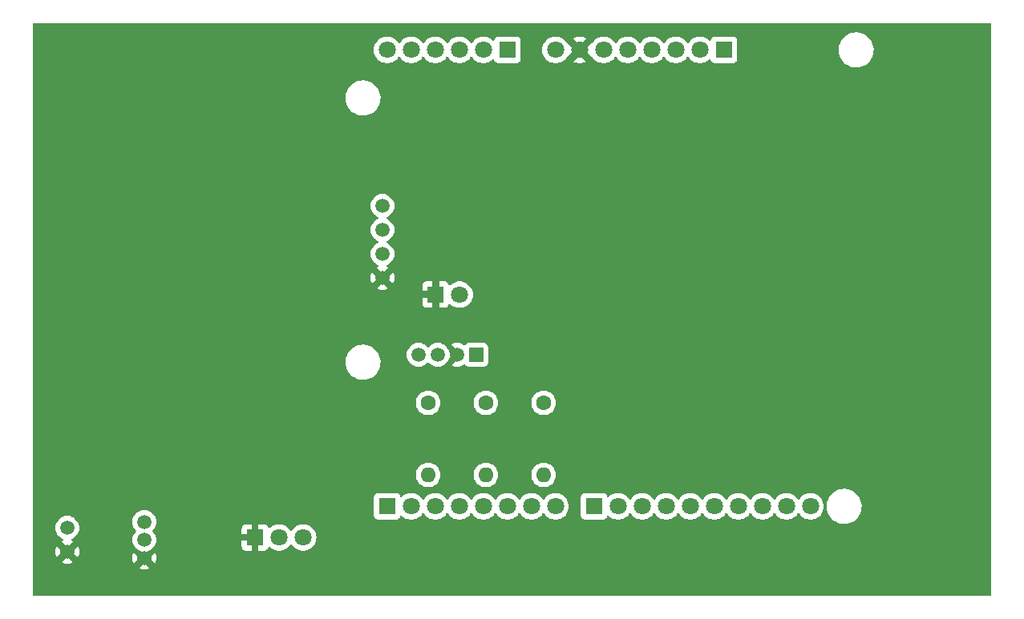
<source format=gbr>
%TF.GenerationSoftware,KiCad,Pcbnew,7.0.10*%
%TF.CreationDate,2025-01-22T21:10:17-07:00*%
%TF.ProjectId,HIVA,48495641-2e6b-4696-9361-645f70636258,rev?*%
%TF.SameCoordinates,Original*%
%TF.FileFunction,Copper,L2,Bot*%
%TF.FilePolarity,Positive*%
%FSLAX46Y46*%
G04 Gerber Fmt 4.6, Leading zero omitted, Abs format (unit mm)*
G04 Created by KiCad (PCBNEW 7.0.10) date 2025-01-22 21:10:17*
%MOMM*%
%LPD*%
G01*
G04 APERTURE LIST*
%TA.AperFunction,ComponentPad*%
%ADD10C,1.600000*%
%TD*%
%TA.AperFunction,ComponentPad*%
%ADD11O,1.600000X1.600000*%
%TD*%
%TA.AperFunction,ComponentPad*%
%ADD12C,1.500000*%
%TD*%
%TA.AperFunction,ComponentPad*%
%ADD13C,1.800000*%
%TD*%
%TA.AperFunction,ComponentPad*%
%ADD14R,1.800000X1.800000*%
%TD*%
%TA.AperFunction,ComponentPad*%
%ADD15R,1.500000X1.500000*%
%TD*%
G04 APERTURE END LIST*
D10*
%TO.P,R3,1*%
%TO.N,/LED_G*%
X41934032Y-40364609D03*
D11*
%TO.P,R3,2*%
%TO.N,Net-(A1-PadD3)*%
X41934032Y-47984609D03*
%TD*%
D10*
%TO.P,R2,1*%
%TO.N,/LED_B*%
X48030032Y-40364609D03*
D11*
%TO.P,R2,2*%
%TO.N,Net-(A1-PadD4)*%
X48030032Y-47984609D03*
%TD*%
D10*
%TO.P,R1,1*%
%TO.N,/LED_R*%
X54126032Y-40364609D03*
D11*
%TO.P,R1,2*%
%TO.N,Net-(A1-PadD5)*%
X54126032Y-47984609D03*
%TD*%
D12*
%TO.P,L1,1,Anode*%
%TO.N,/+5V*%
X3834032Y-53572609D03*
%TO.P,L1,2,Cathode*%
%TO.N,GND*%
X3834032Y-56112609D03*
%TO.P,L1,3,Vcc*%
%TO.N,/+5V*%
X11962032Y-52937609D03*
%TO.P,L1,4,Output*%
%TO.N,/Lightgate*%
X11962032Y-54842609D03*
%TO.P,L1,5,Ground*%
%TO.N,GND*%
X11962032Y-56747609D03*
%TD*%
%TO.P,U1,1,VCC*%
%TO.N,/+5V*%
X37108032Y-19536609D03*
%TO.P,U1,2,TRIG*%
%TO.N,/Trig*%
X37108032Y-22076609D03*
%TO.P,U1,3,ECHO*%
%TO.N,/Echo*%
X37108032Y-24616609D03*
%TO.P,U1,4,GND*%
%TO.N,GND*%
X37108032Y-27156609D03*
%TD*%
D13*
%TO.P,A1,3V3,3V3*%
%TO.N,unconnected-(A1-Pad3V3)*%
X65532000Y-3048000D03*
%TO.P,A1,5V,5V*%
%TO.N,/+5V*%
X62992000Y-3048000D03*
D14*
%TO.P,A1,A0*%
%TO.N,N/C*%
X50292000Y-3048000D03*
D13*
%TO.P,A1,A1*%
X47752000Y-3048000D03*
%TO.P,A1,A2*%
X45212000Y-3048000D03*
%TO.P,A1,A3*%
X42672000Y-3048000D03*
%TO.P,A1,A4*%
X40132000Y-3048000D03*
%TO.P,A1,A4-SDA*%
X79756000Y-51308000D03*
%TO.P,A1,A5*%
X37592000Y-3048000D03*
%TO.P,A1,A5-SCL*%
X82296000Y-51308000D03*
%TO.P,A1,AREF,AREF*%
%TO.N,unconnected-(A1-PadAREF)*%
X77216000Y-51308000D03*
D14*
%TO.P,A1,D0,D0*%
%TO.N,unconnected-(A1-PadD0)*%
X37592000Y-51308000D03*
D13*
%TO.P,A1,D1,D1*%
%TO.N,unconnected-(A1-PadD1)*%
X40132000Y-51308000D03*
%TO.P,A1,D2,D2*%
%TO.N,unconnected-(A1-PadD2)*%
X42672000Y-51308000D03*
%TO.P,A1,D3,D3*%
%TO.N,Net-(A1-PadD3)*%
X45212000Y-51308000D03*
%TO.P,A1,D4,D4*%
%TO.N,Net-(A1-PadD4)*%
X47752000Y-51308000D03*
%TO.P,A1,D5,D5*%
%TO.N,Net-(A1-PadD5)*%
X50292000Y-51308000D03*
%TO.P,A1,D6,D6*%
%TO.N,/Servo*%
X52832000Y-51308000D03*
%TO.P,A1,D7,D7*%
%TO.N,/Lightgate*%
X55372000Y-51308000D03*
D14*
%TO.P,A1,D8,D8*%
%TO.N,unconnected-(A1-PadD8)*%
X59436000Y-51308000D03*
D13*
%TO.P,A1,D9,D9*%
%TO.N,unconnected-(A1-PadD9)*%
X61976000Y-51308000D03*
%TO.P,A1,D10,D10*%
%TO.N,/Buzzer*%
X64516000Y-51308000D03*
%TO.P,A1,D11,D11*%
%TO.N,/Echo*%
X67056000Y-51308000D03*
%TO.P,A1,D12,D12*%
%TO.N,/Trig*%
X69596000Y-51308000D03*
%TO.P,A1,D13,D13*%
%TO.N,unconnected-(A1-PadD13)*%
X72136000Y-51308000D03*
%TO.P,A1,GND_1,GND_1*%
%TO.N,GND*%
X57912000Y-3048000D03*
%TO.P,A1,GND_2,GND_2*%
%TO.N,unconnected-(A1-PadGND_2)*%
X60452000Y-3048000D03*
%TO.P,A1,GND_3,GND_3*%
%TO.N,unconnected-(A1-PadGND_3)*%
X74676000Y-51308000D03*
%TO.P,A1,IOREF,IOREF*%
%TO.N,unconnected-(A1-PadIOREF)*%
X70612000Y-3048000D03*
D14*
%TO.P,A1,P1,P1*%
%TO.N,unconnected-(A1-PadP1)*%
X73152000Y-3048000D03*
D13*
%TO.P,A1,RST,RST*%
%TO.N,unconnected-(A1-PadRST)*%
X68072000Y-3048000D03*
%TO.P,A1,VIN,VIN*%
%TO.N,unconnected-(A1-PadVIN)*%
X55372000Y-3048000D03*
%TD*%
D15*
%TO.P,D1,1*%
%TO.N,/LED_R*%
X47014032Y-35284609D03*
D12*
%TO.P,D1,2*%
%TO.N,GND*%
X44982032Y-35284609D03*
%TO.P,D1,3*%
%TO.N,/LED_B*%
X42950032Y-35284609D03*
%TO.P,D1,4*%
%TO.N,/LED_G*%
X40918032Y-35284609D03*
%TD*%
D14*
%TO.P,Buzzer1,1,Pin_1*%
%TO.N,GND*%
X42716032Y-28909609D03*
D13*
%TO.P,Buzzer1,2,Pin_2*%
%TO.N,/Buzzer*%
X45256032Y-28909609D03*
%TD*%
D14*
%TO.P,J1,1,Pin_1*%
%TO.N,GND*%
X23646032Y-54588609D03*
D13*
%TO.P,J1,2,Pin_2*%
%TO.N,/+5V*%
X26186032Y-54588609D03*
%TO.P,J1,3,Pin_3*%
%TO.N,/Servo*%
X28726032Y-54588609D03*
%TD*%
%TA.AperFunction,Conductor*%
%TO.N,GND*%
G36*
X45458165Y-35258250D02*
G01*
X45453181Y-35327942D01*
X45424680Y-35372289D01*
X45423270Y-35373698D01*
X45435842Y-35318617D01*
X45427047Y-35201263D01*
X45458165Y-35258250D01*
G37*
%TD.AperFunction*%
%TA.AperFunction,Conductor*%
G36*
X101342539Y-220185D02*
G01*
X101388294Y-272989D01*
X101399500Y-324500D01*
X101399500Y-60635500D01*
X101379815Y-60702539D01*
X101327011Y-60748294D01*
X101275500Y-60759500D01*
X324500Y-60759500D01*
X257461Y-60739815D01*
X211706Y-60687011D01*
X200500Y-60635500D01*
X200500Y-57856870D01*
X11383099Y-57856870D01*
X11532872Y-57926710D01*
X11532881Y-57926714D01*
X11744137Y-57983319D01*
X11744147Y-57983321D01*
X11962031Y-58002384D01*
X11962033Y-58002384D01*
X12179916Y-57983321D01*
X12179926Y-57983319D01*
X12391182Y-57926714D01*
X12391191Y-57926710D01*
X12540964Y-57856870D01*
X11962033Y-57277939D01*
X11962032Y-57277939D01*
X11383099Y-57856870D01*
X200500Y-57856870D01*
X200500Y-57221870D01*
X3255099Y-57221870D01*
X3404872Y-57291710D01*
X3404881Y-57291714D01*
X3616137Y-57348319D01*
X3616147Y-57348321D01*
X3834031Y-57367384D01*
X3834033Y-57367384D01*
X4051916Y-57348321D01*
X4051926Y-57348319D01*
X4263182Y-57291714D01*
X4263191Y-57291710D01*
X4412964Y-57221870D01*
X3938703Y-56747609D01*
X10707257Y-56747609D01*
X10726319Y-56965493D01*
X10726321Y-56965503D01*
X10782926Y-57176759D01*
X10782931Y-57176773D01*
X10852768Y-57326541D01*
X10852769Y-57326541D01*
X11400307Y-56779004D01*
X11583146Y-56779004D01*
X11613869Y-56900328D01*
X11682321Y-57005101D01*
X11781084Y-57081972D01*
X11899456Y-57122609D01*
X11993105Y-57122609D01*
X12085478Y-57107195D01*
X12195546Y-57047628D01*
X12280310Y-56955550D01*
X12330583Y-56840939D01*
X12338317Y-56747609D01*
X12492362Y-56747609D01*
X13071293Y-57326540D01*
X13141133Y-57176768D01*
X13141137Y-57176759D01*
X13197742Y-56965503D01*
X13197744Y-56965493D01*
X13216807Y-56747609D01*
X13216807Y-56747608D01*
X13197744Y-56529724D01*
X13197742Y-56529714D01*
X13141137Y-56318458D01*
X13141133Y-56318449D01*
X13071293Y-56168676D01*
X12492362Y-56747608D01*
X12492362Y-56747609D01*
X12338317Y-56747609D01*
X12340918Y-56716214D01*
X12310195Y-56594890D01*
X12241743Y-56490117D01*
X12142980Y-56413246D01*
X12024608Y-56372609D01*
X11930959Y-56372609D01*
X11838586Y-56388023D01*
X11728518Y-56447590D01*
X11643754Y-56539668D01*
X11593481Y-56654279D01*
X11583146Y-56779004D01*
X11400307Y-56779004D01*
X11431702Y-56747609D01*
X10852768Y-56168675D01*
X10782927Y-56318456D01*
X10726321Y-56529714D01*
X10726319Y-56529724D01*
X10707257Y-56747608D01*
X10707257Y-56747609D01*
X3938703Y-56747609D01*
X3834033Y-56642939D01*
X3834032Y-56642939D01*
X3255099Y-57221870D01*
X200500Y-57221870D01*
X200500Y-56112609D01*
X2579257Y-56112609D01*
X2598319Y-56330493D01*
X2598321Y-56330503D01*
X2654926Y-56541759D01*
X2654931Y-56541773D01*
X2724768Y-56691541D01*
X2724769Y-56691541D01*
X3272307Y-56144004D01*
X3455146Y-56144004D01*
X3485869Y-56265328D01*
X3554321Y-56370101D01*
X3653084Y-56446972D01*
X3771456Y-56487609D01*
X3865105Y-56487609D01*
X3957478Y-56472195D01*
X4067546Y-56412628D01*
X4152310Y-56320550D01*
X4202583Y-56205939D01*
X4210317Y-56112609D01*
X4364362Y-56112609D01*
X4943293Y-56691540D01*
X5013133Y-56541768D01*
X5013137Y-56541759D01*
X5069742Y-56330503D01*
X5069744Y-56330493D01*
X5088807Y-56112609D01*
X5088807Y-56112608D01*
X5069744Y-55894724D01*
X5069742Y-55894714D01*
X5013137Y-55683458D01*
X5013133Y-55683449D01*
X4943293Y-55533676D01*
X4364362Y-56112608D01*
X4364362Y-56112609D01*
X4210317Y-56112609D01*
X4212918Y-56081214D01*
X4182195Y-55959890D01*
X4113743Y-55855117D01*
X4014980Y-55778246D01*
X3896608Y-55737609D01*
X3802959Y-55737609D01*
X3710586Y-55753023D01*
X3600518Y-55812590D01*
X3515754Y-55904668D01*
X3465481Y-56019279D01*
X3455146Y-56144004D01*
X3272307Y-56144004D01*
X3303702Y-56112609D01*
X2724768Y-55533675D01*
X2654927Y-55683456D01*
X2598321Y-55894714D01*
X2598319Y-55894724D01*
X2579257Y-56112608D01*
X2579257Y-56112609D01*
X200500Y-56112609D01*
X200500Y-53572609D01*
X2578755Y-53572609D01*
X2592127Y-53725461D01*
X2597825Y-53790584D01*
X2597825Y-53790588D01*
X2654454Y-54001931D01*
X2654456Y-54001935D01*
X2654457Y-54001939D01*
X2700693Y-54101093D01*
X2746929Y-54200247D01*
X2757238Y-54214970D01*
X2872434Y-54379486D01*
X3027155Y-54534207D01*
X3206393Y-54659711D01*
X3358207Y-54730503D01*
X3410646Y-54776674D01*
X3429798Y-54843867D01*
X3409583Y-54910749D01*
X3358206Y-54955266D01*
X3255099Y-55003344D01*
X3255098Y-55003345D01*
X3834032Y-55582279D01*
X3834033Y-55582279D01*
X4412964Y-55003346D01*
X4309856Y-54955266D01*
X4257417Y-54909094D01*
X4238468Y-54842611D01*
X10706755Y-54842611D01*
X10712716Y-54910749D01*
X10724453Y-55044909D01*
X10725825Y-55060584D01*
X10725825Y-55060588D01*
X10782454Y-55271931D01*
X10782456Y-55271935D01*
X10782457Y-55271939D01*
X10825475Y-55364192D01*
X10874929Y-55470247D01*
X10874930Y-55470248D01*
X11000434Y-55649486D01*
X11155155Y-55804207D01*
X11334393Y-55929711D01*
X11532702Y-56022184D01*
X11744055Y-56078816D01*
X11786231Y-56082505D01*
X11851299Y-56107956D01*
X11863105Y-56118352D01*
X11962031Y-56217278D01*
X12060957Y-56118352D01*
X12122280Y-56084867D01*
X12137822Y-56082506D01*
X12180009Y-56078816D01*
X12391362Y-56022184D01*
X12589671Y-55929711D01*
X12768909Y-55804207D01*
X12923630Y-55649486D01*
X13049134Y-55470248D01*
X13141607Y-55271939D01*
X13198239Y-55060586D01*
X13206723Y-54963609D01*
X22246032Y-54963609D01*
X22246032Y-55536453D01*
X22252433Y-55595981D01*
X22252435Y-55595988D01*
X22302677Y-55730695D01*
X22302681Y-55730702D01*
X22388841Y-55845796D01*
X22388844Y-55845799D01*
X22503938Y-55931959D01*
X22503945Y-55931963D01*
X22638652Y-55982205D01*
X22638659Y-55982207D01*
X22698187Y-55988608D01*
X22698204Y-55988609D01*
X23271032Y-55988609D01*
X23271032Y-54963609D01*
X22246032Y-54963609D01*
X13206723Y-54963609D01*
X13217309Y-54842609D01*
X13215323Y-54819914D01*
X13213601Y-54800227D01*
X13198239Y-54624632D01*
X13179474Y-54554601D01*
X23192222Y-54554601D01*
X23202359Y-54689874D01*
X23251919Y-54816150D01*
X23336497Y-54922208D01*
X23448579Y-54998625D01*
X23578205Y-55038609D01*
X23679756Y-55038609D01*
X23780170Y-55023474D01*
X23902389Y-54964616D01*
X24001830Y-54872349D01*
X24021032Y-54839090D01*
X24021032Y-55988609D01*
X24593860Y-55988609D01*
X24593876Y-55988608D01*
X24653404Y-55982207D01*
X24653411Y-55982205D01*
X24788118Y-55931963D01*
X24788125Y-55931959D01*
X24903219Y-55845799D01*
X24903222Y-55845796D01*
X24989382Y-55730702D01*
X24989387Y-55730693D01*
X25018107Y-55653690D01*
X25059977Y-55597756D01*
X25125441Y-55573338D01*
X25193714Y-55588189D01*
X25225516Y-55613037D01*
X25234248Y-55622522D01*
X25234251Y-55622524D01*
X25234254Y-55622527D01*
X25417397Y-55765073D01*
X25417403Y-55765077D01*
X25417406Y-55765079D01*
X25621529Y-55875545D01*
X25735519Y-55914677D01*
X25841047Y-55950906D01*
X25841049Y-55950906D01*
X25841051Y-55950907D01*
X26069983Y-55989109D01*
X26069984Y-55989109D01*
X26302080Y-55989109D01*
X26302081Y-55989109D01*
X26531013Y-55950907D01*
X26750535Y-55875545D01*
X26954658Y-55765079D01*
X27137816Y-55622522D01*
X27295011Y-55451762D01*
X27352223Y-55364191D01*
X27405369Y-55318835D01*
X27474600Y-55309411D01*
X27537936Y-55338913D01*
X27559841Y-55364192D01*
X27617048Y-55451756D01*
X27617051Y-55451760D01*
X27617053Y-55451762D01*
X27774248Y-55622522D01*
X27774251Y-55622524D01*
X27774254Y-55622527D01*
X27957397Y-55765073D01*
X27957403Y-55765077D01*
X27957406Y-55765079D01*
X28161529Y-55875545D01*
X28275519Y-55914677D01*
X28381047Y-55950906D01*
X28381049Y-55950906D01*
X28381051Y-55950907D01*
X28609983Y-55989109D01*
X28609984Y-55989109D01*
X28842080Y-55989109D01*
X28842081Y-55989109D01*
X29071013Y-55950907D01*
X29290535Y-55875545D01*
X29494658Y-55765079D01*
X29677816Y-55622522D01*
X29835011Y-55451762D01*
X29961956Y-55257458D01*
X30055189Y-55044909D01*
X30112166Y-54819914D01*
X30117556Y-54754869D01*
X30131332Y-54588615D01*
X30131332Y-54588602D01*
X30112167Y-54357311D01*
X30112165Y-54357300D01*
X30055189Y-54132308D01*
X29961956Y-53919760D01*
X29835015Y-53725461D01*
X29835012Y-53725458D01*
X29835011Y-53725456D01*
X29677816Y-53554696D01*
X29677811Y-53554692D01*
X29677809Y-53554690D01*
X29494666Y-53412144D01*
X29494660Y-53412140D01*
X29290536Y-53301673D01*
X29290527Y-53301670D01*
X29071016Y-53226311D01*
X28883436Y-53195010D01*
X28842081Y-53188109D01*
X28609983Y-53188109D01*
X28568628Y-53195010D01*
X28381047Y-53226311D01*
X28161536Y-53301670D01*
X28161527Y-53301673D01*
X27957403Y-53412140D01*
X27957397Y-53412144D01*
X27774254Y-53554690D01*
X27774251Y-53554693D01*
X27774248Y-53554695D01*
X27774248Y-53554696D01*
X27764535Y-53565247D01*
X27617048Y-53725461D01*
X27559841Y-53813025D01*
X27506694Y-53858382D01*
X27437463Y-53867806D01*
X27374127Y-53838304D01*
X27352223Y-53813025D01*
X27295015Y-53725461D01*
X27295012Y-53725458D01*
X27295011Y-53725456D01*
X27137816Y-53554696D01*
X27137811Y-53554692D01*
X27137809Y-53554690D01*
X26954666Y-53412144D01*
X26954660Y-53412140D01*
X26750536Y-53301673D01*
X26750527Y-53301670D01*
X26531016Y-53226311D01*
X26343436Y-53195010D01*
X26302081Y-53188109D01*
X26069983Y-53188109D01*
X26028628Y-53195010D01*
X25841047Y-53226311D01*
X25621536Y-53301670D01*
X25621527Y-53301673D01*
X25417403Y-53412140D01*
X25417397Y-53412144D01*
X25234254Y-53554690D01*
X25234247Y-53554696D01*
X25225516Y-53564181D01*
X25165627Y-53600170D01*
X25095789Y-53598067D01*
X25038175Y-53558541D01*
X25018107Y-53523527D01*
X24989387Y-53446524D01*
X24989382Y-53446515D01*
X24903222Y-53331421D01*
X24903219Y-53331418D01*
X24788125Y-53245258D01*
X24788118Y-53245254D01*
X24653411Y-53195012D01*
X24653404Y-53195010D01*
X24593876Y-53188609D01*
X24021032Y-53188609D01*
X24021032Y-54337100D01*
X23955567Y-54255010D01*
X23843485Y-54178593D01*
X23713859Y-54138609D01*
X23612308Y-54138609D01*
X23511894Y-54153744D01*
X23389675Y-54212602D01*
X23290234Y-54304869D01*
X23222407Y-54422349D01*
X23192222Y-54554601D01*
X13179474Y-54554601D01*
X13141607Y-54413279D01*
X13049134Y-54214971D01*
X13049132Y-54214968D01*
X13049131Y-54214966D01*
X13048181Y-54213609D01*
X22246032Y-54213609D01*
X23271032Y-54213609D01*
X23271032Y-53188609D01*
X22698187Y-53188609D01*
X22638659Y-53195010D01*
X22638652Y-53195012D01*
X22503945Y-53245254D01*
X22503938Y-53245258D01*
X22388844Y-53331418D01*
X22388841Y-53331421D01*
X22302681Y-53446515D01*
X22302677Y-53446522D01*
X22252435Y-53581229D01*
X22252433Y-53581236D01*
X22246032Y-53640764D01*
X22246032Y-54213609D01*
X13048181Y-54213609D01*
X12923629Y-54035730D01*
X12865688Y-53977789D01*
X12832203Y-53916466D01*
X12837187Y-53846774D01*
X12865684Y-53802431D01*
X12923630Y-53744486D01*
X13049134Y-53565248D01*
X13141607Y-53366939D01*
X13198239Y-53155586D01*
X13217309Y-52937609D01*
X13198239Y-52719632D01*
X13141607Y-52508279D01*
X13049134Y-52309971D01*
X13049132Y-52309968D01*
X13049131Y-52309966D01*
X13011253Y-52255870D01*
X36191500Y-52255870D01*
X36191501Y-52255876D01*
X36197908Y-52315483D01*
X36248202Y-52450328D01*
X36248206Y-52450335D01*
X36334452Y-52565544D01*
X36334455Y-52565547D01*
X36449664Y-52651793D01*
X36449671Y-52651797D01*
X36584517Y-52702091D01*
X36584516Y-52702091D01*
X36591444Y-52702835D01*
X36644127Y-52708500D01*
X38539872Y-52708499D01*
X38599483Y-52702091D01*
X38734331Y-52651796D01*
X38849546Y-52565546D01*
X38935796Y-52450331D01*
X38957166Y-52393035D01*
X38964455Y-52373493D01*
X39006326Y-52317559D01*
X39071790Y-52293141D01*
X39140063Y-52307992D01*
X39171866Y-52332843D01*
X39175143Y-52336402D01*
X39180215Y-52341912D01*
X39180222Y-52341918D01*
X39363365Y-52484464D01*
X39363371Y-52484468D01*
X39363374Y-52484470D01*
X39567497Y-52594936D01*
X39614325Y-52611012D01*
X39787015Y-52670297D01*
X39787017Y-52670297D01*
X39787019Y-52670298D01*
X40015951Y-52708500D01*
X40015952Y-52708500D01*
X40248048Y-52708500D01*
X40248049Y-52708500D01*
X40476981Y-52670298D01*
X40696503Y-52594936D01*
X40900626Y-52484470D01*
X41083784Y-52341913D01*
X41240979Y-52171153D01*
X41298191Y-52083582D01*
X41351337Y-52038226D01*
X41420568Y-52028802D01*
X41483904Y-52058304D01*
X41505809Y-52083583D01*
X41563016Y-52171147D01*
X41563019Y-52171151D01*
X41563021Y-52171153D01*
X41720216Y-52341913D01*
X41720219Y-52341915D01*
X41720222Y-52341918D01*
X41903365Y-52484464D01*
X41903371Y-52484468D01*
X41903374Y-52484470D01*
X42107497Y-52594936D01*
X42154325Y-52611012D01*
X42327015Y-52670297D01*
X42327017Y-52670297D01*
X42327019Y-52670298D01*
X42555951Y-52708500D01*
X42555952Y-52708500D01*
X42788048Y-52708500D01*
X42788049Y-52708500D01*
X43016981Y-52670298D01*
X43236503Y-52594936D01*
X43440626Y-52484470D01*
X43623784Y-52341913D01*
X43780979Y-52171153D01*
X43838191Y-52083582D01*
X43891337Y-52038226D01*
X43960568Y-52028802D01*
X44023904Y-52058304D01*
X44045809Y-52083583D01*
X44103016Y-52171147D01*
X44103019Y-52171151D01*
X44103021Y-52171153D01*
X44260216Y-52341913D01*
X44260219Y-52341915D01*
X44260222Y-52341918D01*
X44443365Y-52484464D01*
X44443371Y-52484468D01*
X44443374Y-52484470D01*
X44647497Y-52594936D01*
X44694325Y-52611012D01*
X44867015Y-52670297D01*
X44867017Y-52670297D01*
X44867019Y-52670298D01*
X45095951Y-52708500D01*
X45095952Y-52708500D01*
X45328048Y-52708500D01*
X45328049Y-52708500D01*
X45556981Y-52670298D01*
X45776503Y-52594936D01*
X45980626Y-52484470D01*
X46163784Y-52341913D01*
X46320979Y-52171153D01*
X46378191Y-52083582D01*
X46431337Y-52038226D01*
X46500568Y-52028802D01*
X46563904Y-52058304D01*
X46585809Y-52083583D01*
X46643016Y-52171147D01*
X46643019Y-52171151D01*
X46643021Y-52171153D01*
X46800216Y-52341913D01*
X46800219Y-52341915D01*
X46800222Y-52341918D01*
X46983365Y-52484464D01*
X46983371Y-52484468D01*
X46983374Y-52484470D01*
X47187497Y-52594936D01*
X47234325Y-52611012D01*
X47407015Y-52670297D01*
X47407017Y-52670297D01*
X47407019Y-52670298D01*
X47635951Y-52708500D01*
X47635952Y-52708500D01*
X47868048Y-52708500D01*
X47868049Y-52708500D01*
X48096981Y-52670298D01*
X48316503Y-52594936D01*
X48520626Y-52484470D01*
X48703784Y-52341913D01*
X48860979Y-52171153D01*
X48918191Y-52083582D01*
X48971337Y-52038226D01*
X49040568Y-52028802D01*
X49103904Y-52058304D01*
X49125809Y-52083583D01*
X49183016Y-52171147D01*
X49183019Y-52171151D01*
X49183021Y-52171153D01*
X49340216Y-52341913D01*
X49340219Y-52341915D01*
X49340222Y-52341918D01*
X49523365Y-52484464D01*
X49523371Y-52484468D01*
X49523374Y-52484470D01*
X49727497Y-52594936D01*
X49774325Y-52611012D01*
X49947015Y-52670297D01*
X49947017Y-52670297D01*
X49947019Y-52670298D01*
X50175951Y-52708500D01*
X50175952Y-52708500D01*
X50408048Y-52708500D01*
X50408049Y-52708500D01*
X50636981Y-52670298D01*
X50856503Y-52594936D01*
X51060626Y-52484470D01*
X51243784Y-52341913D01*
X51400979Y-52171153D01*
X51458191Y-52083582D01*
X51511337Y-52038226D01*
X51580568Y-52028802D01*
X51643904Y-52058304D01*
X51665809Y-52083583D01*
X51723016Y-52171147D01*
X51723019Y-52171151D01*
X51723021Y-52171153D01*
X51880216Y-52341913D01*
X51880219Y-52341915D01*
X51880222Y-52341918D01*
X52063365Y-52484464D01*
X52063371Y-52484468D01*
X52063374Y-52484470D01*
X52267497Y-52594936D01*
X52314325Y-52611012D01*
X52487015Y-52670297D01*
X52487017Y-52670297D01*
X52487019Y-52670298D01*
X52715951Y-52708500D01*
X52715952Y-52708500D01*
X52948048Y-52708500D01*
X52948049Y-52708500D01*
X53176981Y-52670298D01*
X53396503Y-52594936D01*
X53600626Y-52484470D01*
X53783784Y-52341913D01*
X53940979Y-52171153D01*
X53998191Y-52083582D01*
X54051337Y-52038226D01*
X54120568Y-52028802D01*
X54183904Y-52058304D01*
X54205809Y-52083583D01*
X54263016Y-52171147D01*
X54263019Y-52171151D01*
X54263021Y-52171153D01*
X54420216Y-52341913D01*
X54420219Y-52341915D01*
X54420222Y-52341918D01*
X54603365Y-52484464D01*
X54603371Y-52484468D01*
X54603374Y-52484470D01*
X54807497Y-52594936D01*
X54854325Y-52611012D01*
X55027015Y-52670297D01*
X55027017Y-52670297D01*
X55027019Y-52670298D01*
X55255951Y-52708500D01*
X55255952Y-52708500D01*
X55488048Y-52708500D01*
X55488049Y-52708500D01*
X55716981Y-52670298D01*
X55936503Y-52594936D01*
X56140626Y-52484470D01*
X56323784Y-52341913D01*
X56402992Y-52255870D01*
X58035500Y-52255870D01*
X58035501Y-52255876D01*
X58041908Y-52315483D01*
X58092202Y-52450328D01*
X58092206Y-52450335D01*
X58178452Y-52565544D01*
X58178455Y-52565547D01*
X58293664Y-52651793D01*
X58293671Y-52651797D01*
X58428517Y-52702091D01*
X58428516Y-52702091D01*
X58435444Y-52702835D01*
X58488127Y-52708500D01*
X60383872Y-52708499D01*
X60443483Y-52702091D01*
X60578331Y-52651796D01*
X60693546Y-52565546D01*
X60779796Y-52450331D01*
X60801166Y-52393035D01*
X60808455Y-52373493D01*
X60850326Y-52317559D01*
X60915790Y-52293141D01*
X60984063Y-52307992D01*
X61015866Y-52332843D01*
X61019143Y-52336402D01*
X61024215Y-52341912D01*
X61024222Y-52341918D01*
X61207365Y-52484464D01*
X61207371Y-52484468D01*
X61207374Y-52484470D01*
X61411497Y-52594936D01*
X61458325Y-52611012D01*
X61631015Y-52670297D01*
X61631017Y-52670297D01*
X61631019Y-52670298D01*
X61859951Y-52708500D01*
X61859952Y-52708500D01*
X62092048Y-52708500D01*
X62092049Y-52708500D01*
X62320981Y-52670298D01*
X62540503Y-52594936D01*
X62744626Y-52484470D01*
X62927784Y-52341913D01*
X63084979Y-52171153D01*
X63142191Y-52083582D01*
X63195337Y-52038226D01*
X63264568Y-52028802D01*
X63327904Y-52058304D01*
X63349809Y-52083583D01*
X63407016Y-52171147D01*
X63407019Y-52171151D01*
X63407021Y-52171153D01*
X63564216Y-52341913D01*
X63564219Y-52341915D01*
X63564222Y-52341918D01*
X63747365Y-52484464D01*
X63747371Y-52484468D01*
X63747374Y-52484470D01*
X63951497Y-52594936D01*
X63998325Y-52611012D01*
X64171015Y-52670297D01*
X64171017Y-52670297D01*
X64171019Y-52670298D01*
X64399951Y-52708500D01*
X64399952Y-52708500D01*
X64632048Y-52708500D01*
X64632049Y-52708500D01*
X64860981Y-52670298D01*
X65080503Y-52594936D01*
X65284626Y-52484470D01*
X65467784Y-52341913D01*
X65624979Y-52171153D01*
X65682191Y-52083582D01*
X65735337Y-52038226D01*
X65804568Y-52028802D01*
X65867904Y-52058304D01*
X65889809Y-52083583D01*
X65947016Y-52171147D01*
X65947019Y-52171151D01*
X65947021Y-52171153D01*
X66104216Y-52341913D01*
X66104219Y-52341915D01*
X66104222Y-52341918D01*
X66287365Y-52484464D01*
X66287371Y-52484468D01*
X66287374Y-52484470D01*
X66491497Y-52594936D01*
X66538325Y-52611012D01*
X66711015Y-52670297D01*
X66711017Y-52670297D01*
X66711019Y-52670298D01*
X66939951Y-52708500D01*
X66939952Y-52708500D01*
X67172048Y-52708500D01*
X67172049Y-52708500D01*
X67400981Y-52670298D01*
X67620503Y-52594936D01*
X67824626Y-52484470D01*
X68007784Y-52341913D01*
X68164979Y-52171153D01*
X68222191Y-52083582D01*
X68275337Y-52038226D01*
X68344568Y-52028802D01*
X68407904Y-52058304D01*
X68429809Y-52083583D01*
X68487016Y-52171147D01*
X68487019Y-52171151D01*
X68487021Y-52171153D01*
X68644216Y-52341913D01*
X68644219Y-52341915D01*
X68644222Y-52341918D01*
X68827365Y-52484464D01*
X68827371Y-52484468D01*
X68827374Y-52484470D01*
X69031497Y-52594936D01*
X69078325Y-52611012D01*
X69251015Y-52670297D01*
X69251017Y-52670297D01*
X69251019Y-52670298D01*
X69479951Y-52708500D01*
X69479952Y-52708500D01*
X69712048Y-52708500D01*
X69712049Y-52708500D01*
X69940981Y-52670298D01*
X70160503Y-52594936D01*
X70364626Y-52484470D01*
X70547784Y-52341913D01*
X70704979Y-52171153D01*
X70762191Y-52083582D01*
X70815337Y-52038226D01*
X70884568Y-52028802D01*
X70947904Y-52058304D01*
X70969809Y-52083583D01*
X71027016Y-52171147D01*
X71027019Y-52171151D01*
X71027021Y-52171153D01*
X71184216Y-52341913D01*
X71184219Y-52341915D01*
X71184222Y-52341918D01*
X71367365Y-52484464D01*
X71367371Y-52484468D01*
X71367374Y-52484470D01*
X71571497Y-52594936D01*
X71618325Y-52611012D01*
X71791015Y-52670297D01*
X71791017Y-52670297D01*
X71791019Y-52670298D01*
X72019951Y-52708500D01*
X72019952Y-52708500D01*
X72252048Y-52708500D01*
X72252049Y-52708500D01*
X72480981Y-52670298D01*
X72700503Y-52594936D01*
X72904626Y-52484470D01*
X73087784Y-52341913D01*
X73244979Y-52171153D01*
X73302191Y-52083582D01*
X73355337Y-52038226D01*
X73424568Y-52028802D01*
X73487904Y-52058304D01*
X73509809Y-52083583D01*
X73567016Y-52171147D01*
X73567019Y-52171151D01*
X73567021Y-52171153D01*
X73724216Y-52341913D01*
X73724219Y-52341915D01*
X73724222Y-52341918D01*
X73907365Y-52484464D01*
X73907371Y-52484468D01*
X73907374Y-52484470D01*
X74111497Y-52594936D01*
X74158325Y-52611012D01*
X74331015Y-52670297D01*
X74331017Y-52670297D01*
X74331019Y-52670298D01*
X74559951Y-52708500D01*
X74559952Y-52708500D01*
X74792048Y-52708500D01*
X74792049Y-52708500D01*
X75020981Y-52670298D01*
X75240503Y-52594936D01*
X75444626Y-52484470D01*
X75627784Y-52341913D01*
X75784979Y-52171153D01*
X75842191Y-52083582D01*
X75895337Y-52038226D01*
X75964568Y-52028802D01*
X76027904Y-52058304D01*
X76049809Y-52083583D01*
X76107016Y-52171147D01*
X76107019Y-52171151D01*
X76107021Y-52171153D01*
X76264216Y-52341913D01*
X76264219Y-52341915D01*
X76264222Y-52341918D01*
X76447365Y-52484464D01*
X76447371Y-52484468D01*
X76447374Y-52484470D01*
X76651497Y-52594936D01*
X76698325Y-52611012D01*
X76871015Y-52670297D01*
X76871017Y-52670297D01*
X76871019Y-52670298D01*
X77099951Y-52708500D01*
X77099952Y-52708500D01*
X77332048Y-52708500D01*
X77332049Y-52708500D01*
X77560981Y-52670298D01*
X77780503Y-52594936D01*
X77984626Y-52484470D01*
X78167784Y-52341913D01*
X78324979Y-52171153D01*
X78382191Y-52083582D01*
X78435337Y-52038226D01*
X78504568Y-52028802D01*
X78567904Y-52058304D01*
X78589809Y-52083583D01*
X78647016Y-52171147D01*
X78647019Y-52171151D01*
X78647021Y-52171153D01*
X78804216Y-52341913D01*
X78804219Y-52341915D01*
X78804222Y-52341918D01*
X78987365Y-52484464D01*
X78987371Y-52484468D01*
X78987374Y-52484470D01*
X79191497Y-52594936D01*
X79238325Y-52611012D01*
X79411015Y-52670297D01*
X79411017Y-52670297D01*
X79411019Y-52670298D01*
X79639951Y-52708500D01*
X79639952Y-52708500D01*
X79872048Y-52708500D01*
X79872049Y-52708500D01*
X80100981Y-52670298D01*
X80320503Y-52594936D01*
X80524626Y-52484470D01*
X80707784Y-52341913D01*
X80864979Y-52171153D01*
X80922191Y-52083582D01*
X80975337Y-52038226D01*
X81044568Y-52028802D01*
X81107904Y-52058304D01*
X81129809Y-52083583D01*
X81187016Y-52171147D01*
X81187019Y-52171151D01*
X81187021Y-52171153D01*
X81344216Y-52341913D01*
X81344219Y-52341915D01*
X81344222Y-52341918D01*
X81527365Y-52484464D01*
X81527371Y-52484468D01*
X81527374Y-52484470D01*
X81731497Y-52594936D01*
X81778325Y-52611012D01*
X81951015Y-52670297D01*
X81951017Y-52670297D01*
X81951019Y-52670298D01*
X82179951Y-52708500D01*
X82179952Y-52708500D01*
X82412048Y-52708500D01*
X82412049Y-52708500D01*
X82640981Y-52670298D01*
X82860503Y-52594936D01*
X83064626Y-52484470D01*
X83247784Y-52341913D01*
X83404979Y-52171153D01*
X83531924Y-51976849D01*
X83625157Y-51764300D01*
X83682134Y-51539305D01*
X83695685Y-51375765D01*
X83695685Y-51375763D01*
X83997787Y-51375763D01*
X84027413Y-51645013D01*
X84027415Y-51645024D01*
X84081136Y-51850509D01*
X84095928Y-51907088D01*
X84201870Y-52156390D01*
X84342979Y-52387605D01*
X84342986Y-52387615D01*
X84516253Y-52595819D01*
X84516259Y-52595824D01*
X84642013Y-52708499D01*
X84717998Y-52776582D01*
X84943910Y-52926044D01*
X85189176Y-53041020D01*
X85189183Y-53041022D01*
X85189185Y-53041023D01*
X85448557Y-53119057D01*
X85448564Y-53119058D01*
X85448569Y-53119060D01*
X85716561Y-53158500D01*
X85716566Y-53158500D01*
X85919629Y-53158500D01*
X85919631Y-53158500D01*
X85919636Y-53158499D01*
X85919648Y-53158499D01*
X85959417Y-53155588D01*
X86122156Y-53143677D01*
X86234758Y-53118593D01*
X86386546Y-53084782D01*
X86386548Y-53084781D01*
X86386553Y-53084780D01*
X86639558Y-52988014D01*
X86875777Y-52855441D01*
X87090177Y-52689888D01*
X87278186Y-52494881D01*
X87435799Y-52274579D01*
X87533997Y-52083583D01*
X87559649Y-52033690D01*
X87559651Y-52033684D01*
X87559656Y-52033675D01*
X87647118Y-51777305D01*
X87696319Y-51510933D01*
X87706212Y-51240235D01*
X87676586Y-50970982D01*
X87608072Y-50708912D01*
X87502130Y-50459610D01*
X87361018Y-50228390D01*
X87308823Y-50165671D01*
X87187746Y-50020180D01*
X87187740Y-50020175D01*
X86986002Y-49839418D01*
X86760092Y-49689957D01*
X86760090Y-49689956D01*
X86514824Y-49574980D01*
X86514819Y-49574978D01*
X86514814Y-49574976D01*
X86255442Y-49496942D01*
X86255428Y-49496939D01*
X86139791Y-49479921D01*
X85987439Y-49457500D01*
X85784369Y-49457500D01*
X85784351Y-49457500D01*
X85581844Y-49472323D01*
X85581831Y-49472325D01*
X85317453Y-49531217D01*
X85317446Y-49531220D01*
X85064439Y-49627987D01*
X84828226Y-49760557D01*
X84613822Y-49926112D01*
X84425822Y-50121109D01*
X84425816Y-50121116D01*
X84268202Y-50341419D01*
X84268199Y-50341424D01*
X84144350Y-50582309D01*
X84144343Y-50582327D01*
X84056884Y-50838685D01*
X84056881Y-50838699D01*
X84007681Y-51105068D01*
X84007680Y-51105075D01*
X83997787Y-51375763D01*
X83695685Y-51375763D01*
X83701300Y-51308006D01*
X83701300Y-51307993D01*
X83682135Y-51076702D01*
X83682133Y-51076691D01*
X83625157Y-50851699D01*
X83531924Y-50639151D01*
X83404983Y-50444852D01*
X83404980Y-50444849D01*
X83404979Y-50444847D01*
X83247784Y-50274087D01*
X83247779Y-50274083D01*
X83247777Y-50274081D01*
X83064634Y-50131535D01*
X83064628Y-50131531D01*
X82860504Y-50021064D01*
X82860495Y-50021061D01*
X82640984Y-49945702D01*
X82450450Y-49913908D01*
X82412049Y-49907500D01*
X82179951Y-49907500D01*
X82141550Y-49913908D01*
X81951015Y-49945702D01*
X81731504Y-50021061D01*
X81731495Y-50021064D01*
X81527371Y-50131531D01*
X81527365Y-50131535D01*
X81344222Y-50274081D01*
X81344219Y-50274084D01*
X81187016Y-50444852D01*
X81129809Y-50532416D01*
X81076662Y-50577773D01*
X81007431Y-50587197D01*
X80944095Y-50557695D01*
X80922191Y-50532416D01*
X80864983Y-50444852D01*
X80864980Y-50444849D01*
X80864979Y-50444847D01*
X80707784Y-50274087D01*
X80707779Y-50274083D01*
X80707777Y-50274081D01*
X80524634Y-50131535D01*
X80524628Y-50131531D01*
X80320504Y-50021064D01*
X80320495Y-50021061D01*
X80100984Y-49945702D01*
X79910450Y-49913908D01*
X79872049Y-49907500D01*
X79639951Y-49907500D01*
X79601550Y-49913908D01*
X79411015Y-49945702D01*
X79191504Y-50021061D01*
X79191495Y-50021064D01*
X78987371Y-50131531D01*
X78987365Y-50131535D01*
X78804222Y-50274081D01*
X78804219Y-50274084D01*
X78647016Y-50444852D01*
X78589809Y-50532416D01*
X78536662Y-50577773D01*
X78467431Y-50587197D01*
X78404095Y-50557695D01*
X78382191Y-50532416D01*
X78324983Y-50444852D01*
X78324980Y-50444849D01*
X78324979Y-50444847D01*
X78167784Y-50274087D01*
X78167779Y-50274083D01*
X78167777Y-50274081D01*
X77984634Y-50131535D01*
X77984628Y-50131531D01*
X77780504Y-50021064D01*
X77780495Y-50021061D01*
X77560984Y-49945702D01*
X77370450Y-49913908D01*
X77332049Y-49907500D01*
X77099951Y-49907500D01*
X77061550Y-49913908D01*
X76871015Y-49945702D01*
X76651504Y-50021061D01*
X76651495Y-50021064D01*
X76447371Y-50131531D01*
X76447365Y-50131535D01*
X76264222Y-50274081D01*
X76264219Y-50274084D01*
X76107016Y-50444852D01*
X76049809Y-50532416D01*
X75996662Y-50577773D01*
X75927431Y-50587197D01*
X75864095Y-50557695D01*
X75842191Y-50532416D01*
X75784983Y-50444852D01*
X75784980Y-50444849D01*
X75784979Y-50444847D01*
X75627784Y-50274087D01*
X75627779Y-50274083D01*
X75627777Y-50274081D01*
X75444634Y-50131535D01*
X75444628Y-50131531D01*
X75240504Y-50021064D01*
X75240495Y-50021061D01*
X75020984Y-49945702D01*
X74830450Y-49913908D01*
X74792049Y-49907500D01*
X74559951Y-49907500D01*
X74521550Y-49913908D01*
X74331015Y-49945702D01*
X74111504Y-50021061D01*
X74111495Y-50021064D01*
X73907371Y-50131531D01*
X73907365Y-50131535D01*
X73724222Y-50274081D01*
X73724219Y-50274084D01*
X73567016Y-50444852D01*
X73509809Y-50532416D01*
X73456662Y-50577773D01*
X73387431Y-50587197D01*
X73324095Y-50557695D01*
X73302191Y-50532416D01*
X73244983Y-50444852D01*
X73244980Y-50444849D01*
X73244979Y-50444847D01*
X73087784Y-50274087D01*
X73087779Y-50274083D01*
X73087777Y-50274081D01*
X72904634Y-50131535D01*
X72904628Y-50131531D01*
X72700504Y-50021064D01*
X72700495Y-50021061D01*
X72480984Y-49945702D01*
X72290450Y-49913908D01*
X72252049Y-49907500D01*
X72019951Y-49907500D01*
X71981550Y-49913908D01*
X71791015Y-49945702D01*
X71571504Y-50021061D01*
X71571495Y-50021064D01*
X71367371Y-50131531D01*
X71367365Y-50131535D01*
X71184222Y-50274081D01*
X71184219Y-50274084D01*
X71027016Y-50444852D01*
X70969809Y-50532416D01*
X70916662Y-50577773D01*
X70847431Y-50587197D01*
X70784095Y-50557695D01*
X70762191Y-50532416D01*
X70704983Y-50444852D01*
X70704980Y-50444849D01*
X70704979Y-50444847D01*
X70547784Y-50274087D01*
X70547779Y-50274083D01*
X70547777Y-50274081D01*
X70364634Y-50131535D01*
X70364628Y-50131531D01*
X70160504Y-50021064D01*
X70160495Y-50021061D01*
X69940984Y-49945702D01*
X69750450Y-49913908D01*
X69712049Y-49907500D01*
X69479951Y-49907500D01*
X69441550Y-49913908D01*
X69251015Y-49945702D01*
X69031504Y-50021061D01*
X69031495Y-50021064D01*
X68827371Y-50131531D01*
X68827365Y-50131535D01*
X68644222Y-50274081D01*
X68644219Y-50274084D01*
X68487016Y-50444852D01*
X68429809Y-50532416D01*
X68376662Y-50577773D01*
X68307431Y-50587197D01*
X68244095Y-50557695D01*
X68222191Y-50532416D01*
X68164983Y-50444852D01*
X68164980Y-50444849D01*
X68164979Y-50444847D01*
X68007784Y-50274087D01*
X68007779Y-50274083D01*
X68007777Y-50274081D01*
X67824634Y-50131535D01*
X67824628Y-50131531D01*
X67620504Y-50021064D01*
X67620495Y-50021061D01*
X67400984Y-49945702D01*
X67210450Y-49913908D01*
X67172049Y-49907500D01*
X66939951Y-49907500D01*
X66901550Y-49913908D01*
X66711015Y-49945702D01*
X66491504Y-50021061D01*
X66491495Y-50021064D01*
X66287371Y-50131531D01*
X66287365Y-50131535D01*
X66104222Y-50274081D01*
X66104219Y-50274084D01*
X65947016Y-50444852D01*
X65889809Y-50532416D01*
X65836662Y-50577773D01*
X65767431Y-50587197D01*
X65704095Y-50557695D01*
X65682191Y-50532416D01*
X65624983Y-50444852D01*
X65624980Y-50444849D01*
X65624979Y-50444847D01*
X65467784Y-50274087D01*
X65467779Y-50274083D01*
X65467777Y-50274081D01*
X65284634Y-50131535D01*
X65284628Y-50131531D01*
X65080504Y-50021064D01*
X65080495Y-50021061D01*
X64860984Y-49945702D01*
X64670450Y-49913908D01*
X64632049Y-49907500D01*
X64399951Y-49907500D01*
X64361550Y-49913908D01*
X64171015Y-49945702D01*
X63951504Y-50021061D01*
X63951495Y-50021064D01*
X63747371Y-50131531D01*
X63747365Y-50131535D01*
X63564222Y-50274081D01*
X63564219Y-50274084D01*
X63407016Y-50444852D01*
X63349809Y-50532416D01*
X63296662Y-50577773D01*
X63227431Y-50587197D01*
X63164095Y-50557695D01*
X63142191Y-50532416D01*
X63084983Y-50444852D01*
X63084980Y-50444849D01*
X63084979Y-50444847D01*
X62927784Y-50274087D01*
X62927779Y-50274083D01*
X62927777Y-50274081D01*
X62744634Y-50131535D01*
X62744628Y-50131531D01*
X62540504Y-50021064D01*
X62540495Y-50021061D01*
X62320984Y-49945702D01*
X62130450Y-49913908D01*
X62092049Y-49907500D01*
X61859951Y-49907500D01*
X61821550Y-49913908D01*
X61631015Y-49945702D01*
X61411504Y-50021061D01*
X61411495Y-50021064D01*
X61207371Y-50131531D01*
X61207365Y-50131535D01*
X61024222Y-50274081D01*
X61024218Y-50274085D01*
X61015866Y-50283158D01*
X60955979Y-50319148D01*
X60886141Y-50317047D01*
X60828525Y-50277522D01*
X60808455Y-50242507D01*
X60779797Y-50165671D01*
X60779793Y-50165664D01*
X60693547Y-50050455D01*
X60693544Y-50050452D01*
X60578335Y-49964206D01*
X60578328Y-49964202D01*
X60443482Y-49913908D01*
X60443483Y-49913908D01*
X60383883Y-49907501D01*
X60383881Y-49907500D01*
X60383873Y-49907500D01*
X60383864Y-49907500D01*
X58488129Y-49907500D01*
X58488123Y-49907501D01*
X58428516Y-49913908D01*
X58293671Y-49964202D01*
X58293664Y-49964206D01*
X58178455Y-50050452D01*
X58178452Y-50050455D01*
X58092206Y-50165664D01*
X58092202Y-50165671D01*
X58041908Y-50300517D01*
X58035501Y-50360116D01*
X58035500Y-50360135D01*
X58035500Y-52255870D01*
X56402992Y-52255870D01*
X56480979Y-52171153D01*
X56607924Y-51976849D01*
X56701157Y-51764300D01*
X56758134Y-51539305D01*
X56771685Y-51375765D01*
X56777300Y-51308006D01*
X56777300Y-51307993D01*
X56758135Y-51076702D01*
X56758133Y-51076691D01*
X56701157Y-50851699D01*
X56607924Y-50639151D01*
X56480983Y-50444852D01*
X56480980Y-50444849D01*
X56480979Y-50444847D01*
X56323784Y-50274087D01*
X56323779Y-50274083D01*
X56323777Y-50274081D01*
X56140634Y-50131535D01*
X56140628Y-50131531D01*
X55936504Y-50021064D01*
X55936495Y-50021061D01*
X55716984Y-49945702D01*
X55526450Y-49913908D01*
X55488049Y-49907500D01*
X55255951Y-49907500D01*
X55217550Y-49913908D01*
X55027015Y-49945702D01*
X54807504Y-50021061D01*
X54807495Y-50021064D01*
X54603371Y-50131531D01*
X54603365Y-50131535D01*
X54420222Y-50274081D01*
X54420219Y-50274084D01*
X54263016Y-50444852D01*
X54205809Y-50532416D01*
X54152662Y-50577773D01*
X54083431Y-50587197D01*
X54020095Y-50557695D01*
X53998191Y-50532416D01*
X53940983Y-50444852D01*
X53940980Y-50444849D01*
X53940979Y-50444847D01*
X53783784Y-50274087D01*
X53783779Y-50274083D01*
X53783777Y-50274081D01*
X53600634Y-50131535D01*
X53600628Y-50131531D01*
X53396504Y-50021064D01*
X53396495Y-50021061D01*
X53176984Y-49945702D01*
X52986450Y-49913908D01*
X52948049Y-49907500D01*
X52715951Y-49907500D01*
X52677550Y-49913908D01*
X52487015Y-49945702D01*
X52267504Y-50021061D01*
X52267495Y-50021064D01*
X52063371Y-50131531D01*
X52063365Y-50131535D01*
X51880222Y-50274081D01*
X51880219Y-50274084D01*
X51723016Y-50444852D01*
X51665809Y-50532416D01*
X51612662Y-50577773D01*
X51543431Y-50587197D01*
X51480095Y-50557695D01*
X51458191Y-50532416D01*
X51400983Y-50444852D01*
X51400980Y-50444849D01*
X51400979Y-50444847D01*
X51243784Y-50274087D01*
X51243779Y-50274083D01*
X51243777Y-50274081D01*
X51060634Y-50131535D01*
X51060628Y-50131531D01*
X50856504Y-50021064D01*
X50856495Y-50021061D01*
X50636984Y-49945702D01*
X50446450Y-49913908D01*
X50408049Y-49907500D01*
X50175951Y-49907500D01*
X50137550Y-49913908D01*
X49947015Y-49945702D01*
X49727504Y-50021061D01*
X49727495Y-50021064D01*
X49523371Y-50131531D01*
X49523365Y-50131535D01*
X49340222Y-50274081D01*
X49340219Y-50274084D01*
X49183016Y-50444852D01*
X49125809Y-50532416D01*
X49072662Y-50577773D01*
X49003431Y-50587197D01*
X48940095Y-50557695D01*
X48918191Y-50532416D01*
X48860983Y-50444852D01*
X48860980Y-50444849D01*
X48860979Y-50444847D01*
X48703784Y-50274087D01*
X48703779Y-50274083D01*
X48703777Y-50274081D01*
X48520634Y-50131535D01*
X48520628Y-50131531D01*
X48316504Y-50021064D01*
X48316495Y-50021061D01*
X48096984Y-49945702D01*
X47906450Y-49913908D01*
X47868049Y-49907500D01*
X47635951Y-49907500D01*
X47597550Y-49913908D01*
X47407015Y-49945702D01*
X47187504Y-50021061D01*
X47187495Y-50021064D01*
X46983371Y-50131531D01*
X46983365Y-50131535D01*
X46800222Y-50274081D01*
X46800219Y-50274084D01*
X46643016Y-50444852D01*
X46585809Y-50532416D01*
X46532662Y-50577773D01*
X46463431Y-50587197D01*
X46400095Y-50557695D01*
X46378191Y-50532416D01*
X46320983Y-50444852D01*
X46320980Y-50444849D01*
X46320979Y-50444847D01*
X46163784Y-50274087D01*
X46163779Y-50274083D01*
X46163777Y-50274081D01*
X45980634Y-50131535D01*
X45980628Y-50131531D01*
X45776504Y-50021064D01*
X45776495Y-50021061D01*
X45556984Y-49945702D01*
X45366450Y-49913908D01*
X45328049Y-49907500D01*
X45095951Y-49907500D01*
X45057550Y-49913908D01*
X44867015Y-49945702D01*
X44647504Y-50021061D01*
X44647495Y-50021064D01*
X44443371Y-50131531D01*
X44443365Y-50131535D01*
X44260222Y-50274081D01*
X44260219Y-50274084D01*
X44103016Y-50444852D01*
X44045809Y-50532416D01*
X43992662Y-50577773D01*
X43923431Y-50587197D01*
X43860095Y-50557695D01*
X43838191Y-50532416D01*
X43780983Y-50444852D01*
X43780980Y-50444849D01*
X43780979Y-50444847D01*
X43623784Y-50274087D01*
X43623779Y-50274083D01*
X43623777Y-50274081D01*
X43440634Y-50131535D01*
X43440628Y-50131531D01*
X43236504Y-50021064D01*
X43236495Y-50021061D01*
X43016984Y-49945702D01*
X42826450Y-49913908D01*
X42788049Y-49907500D01*
X42555951Y-49907500D01*
X42517550Y-49913908D01*
X42327015Y-49945702D01*
X42107504Y-50021061D01*
X42107495Y-50021064D01*
X41903371Y-50131531D01*
X41903365Y-50131535D01*
X41720222Y-50274081D01*
X41720219Y-50274084D01*
X41563016Y-50444852D01*
X41505809Y-50532416D01*
X41452662Y-50577773D01*
X41383431Y-50587197D01*
X41320095Y-50557695D01*
X41298191Y-50532416D01*
X41240983Y-50444852D01*
X41240980Y-50444849D01*
X41240979Y-50444847D01*
X41083784Y-50274087D01*
X41083779Y-50274083D01*
X41083777Y-50274081D01*
X40900634Y-50131535D01*
X40900628Y-50131531D01*
X40696504Y-50021064D01*
X40696495Y-50021061D01*
X40476984Y-49945702D01*
X40286450Y-49913908D01*
X40248049Y-49907500D01*
X40015951Y-49907500D01*
X39977550Y-49913908D01*
X39787015Y-49945702D01*
X39567504Y-50021061D01*
X39567495Y-50021064D01*
X39363371Y-50131531D01*
X39363365Y-50131535D01*
X39180222Y-50274081D01*
X39180218Y-50274085D01*
X39171866Y-50283158D01*
X39111979Y-50319148D01*
X39042141Y-50317047D01*
X38984525Y-50277522D01*
X38964455Y-50242507D01*
X38935797Y-50165671D01*
X38935793Y-50165664D01*
X38849547Y-50050455D01*
X38849544Y-50050452D01*
X38734335Y-49964206D01*
X38734328Y-49964202D01*
X38599482Y-49913908D01*
X38599483Y-49913908D01*
X38539883Y-49907501D01*
X38539881Y-49907500D01*
X38539873Y-49907500D01*
X38539864Y-49907500D01*
X36644129Y-49907500D01*
X36644123Y-49907501D01*
X36584516Y-49913908D01*
X36449671Y-49964202D01*
X36449664Y-49964206D01*
X36334455Y-50050452D01*
X36334452Y-50050455D01*
X36248206Y-50165664D01*
X36248202Y-50165671D01*
X36197908Y-50300517D01*
X36191501Y-50360116D01*
X36191500Y-50360135D01*
X36191500Y-52255870D01*
X13011253Y-52255870D01*
X12923631Y-52130733D01*
X12851202Y-52058304D01*
X12768909Y-51976011D01*
X12589671Y-51850507D01*
X12589672Y-51850507D01*
X12589670Y-51850506D01*
X12490516Y-51804270D01*
X12391362Y-51758034D01*
X12391358Y-51758033D01*
X12391354Y-51758031D01*
X12180009Y-51701402D01*
X11962034Y-51682332D01*
X11962030Y-51682332D01*
X11816714Y-51695045D01*
X11744055Y-51701402D01*
X11744052Y-51701402D01*
X11532709Y-51758031D01*
X11532700Y-51758035D01*
X11334393Y-51850507D01*
X11334389Y-51850509D01*
X11155153Y-51976011D01*
X11000434Y-52130730D01*
X10874932Y-52309966D01*
X10874930Y-52309970D01*
X10782458Y-52508277D01*
X10782454Y-52508286D01*
X10725825Y-52719629D01*
X10725825Y-52719633D01*
X10706755Y-52937606D01*
X10706755Y-52937611D01*
X10711165Y-52988014D01*
X10722629Y-53119060D01*
X10725825Y-53155584D01*
X10725825Y-53155588D01*
X10782454Y-53366931D01*
X10782456Y-53366935D01*
X10782457Y-53366939D01*
X10819564Y-53446515D01*
X10874929Y-53565247D01*
X10886120Y-53581229D01*
X11000434Y-53744486D01*
X11000438Y-53744490D01*
X11058375Y-53802427D01*
X11091860Y-53863750D01*
X11086876Y-53933442D01*
X11058376Y-53977789D01*
X11000432Y-54035733D01*
X10874932Y-54214966D01*
X10874930Y-54214970D01*
X10782458Y-54413277D01*
X10782454Y-54413286D01*
X10725825Y-54624629D01*
X10725825Y-54624633D01*
X10706755Y-54842606D01*
X10706755Y-54842611D01*
X4238468Y-54842611D01*
X4238265Y-54841900D01*
X4258481Y-54775019D01*
X4309854Y-54730504D01*
X4461671Y-54659711D01*
X4640909Y-54534207D01*
X4795630Y-54379486D01*
X4921134Y-54200248D01*
X5013607Y-54001939D01*
X5070239Y-53790586D01*
X5089309Y-53572609D01*
X5070239Y-53354632D01*
X5025619Y-53188109D01*
X5013609Y-53143286D01*
X5013608Y-53143285D01*
X5013607Y-53143279D01*
X4921134Y-52944971D01*
X4921132Y-52944968D01*
X4921131Y-52944966D01*
X4795631Y-52765733D01*
X4719785Y-52689887D01*
X4640909Y-52611011D01*
X4494190Y-52508277D01*
X4461670Y-52485506D01*
X4362516Y-52439270D01*
X4263362Y-52393034D01*
X4263358Y-52393033D01*
X4263354Y-52393031D01*
X4052009Y-52336402D01*
X3834034Y-52317332D01*
X3834030Y-52317332D01*
X3688714Y-52330045D01*
X3616055Y-52336402D01*
X3616052Y-52336402D01*
X3404709Y-52393031D01*
X3404700Y-52393035D01*
X3206393Y-52485507D01*
X3206389Y-52485509D01*
X3027153Y-52611011D01*
X2872434Y-52765730D01*
X2746932Y-52944966D01*
X2746930Y-52944970D01*
X2654458Y-53143277D01*
X2654454Y-53143286D01*
X2597825Y-53354629D01*
X2597825Y-53354633D01*
X2580323Y-53554690D01*
X2578755Y-53572609D01*
X200500Y-53572609D01*
X200500Y-47984610D01*
X40628564Y-47984610D01*
X40648396Y-48211295D01*
X40648398Y-48211306D01*
X40707290Y-48431097D01*
X40707293Y-48431106D01*
X40803463Y-48637341D01*
X40803464Y-48637343D01*
X40933986Y-48823750D01*
X41094890Y-48984654D01*
X41094893Y-48984656D01*
X41281298Y-49115177D01*
X41487536Y-49211348D01*
X41707340Y-49270244D01*
X41869262Y-49284410D01*
X41934030Y-49290077D01*
X41934032Y-49290077D01*
X41934034Y-49290077D01*
X41990705Y-49285118D01*
X42160724Y-49270244D01*
X42380528Y-49211348D01*
X42586766Y-49115177D01*
X42773171Y-48984656D01*
X42934079Y-48823748D01*
X43064600Y-48637343D01*
X43160771Y-48431105D01*
X43219667Y-48211301D01*
X43239500Y-47984610D01*
X46724564Y-47984610D01*
X46744396Y-48211295D01*
X46744398Y-48211306D01*
X46803290Y-48431097D01*
X46803293Y-48431106D01*
X46899463Y-48637341D01*
X46899464Y-48637343D01*
X47029986Y-48823750D01*
X47190890Y-48984654D01*
X47190893Y-48984656D01*
X47377298Y-49115177D01*
X47583536Y-49211348D01*
X47803340Y-49270244D01*
X47965262Y-49284410D01*
X48030030Y-49290077D01*
X48030032Y-49290077D01*
X48030034Y-49290077D01*
X48086705Y-49285118D01*
X48256724Y-49270244D01*
X48476528Y-49211348D01*
X48682766Y-49115177D01*
X48869171Y-48984656D01*
X49030079Y-48823748D01*
X49160600Y-48637343D01*
X49256771Y-48431105D01*
X49315667Y-48211301D01*
X49335500Y-47984610D01*
X52820564Y-47984610D01*
X52840396Y-48211295D01*
X52840398Y-48211306D01*
X52899290Y-48431097D01*
X52899293Y-48431106D01*
X52995463Y-48637341D01*
X52995464Y-48637343D01*
X53125986Y-48823750D01*
X53286890Y-48984654D01*
X53286893Y-48984656D01*
X53473298Y-49115177D01*
X53679536Y-49211348D01*
X53899340Y-49270244D01*
X54061262Y-49284410D01*
X54126030Y-49290077D01*
X54126032Y-49290077D01*
X54126034Y-49290077D01*
X54182705Y-49285118D01*
X54352724Y-49270244D01*
X54572528Y-49211348D01*
X54778766Y-49115177D01*
X54965171Y-48984656D01*
X55126079Y-48823748D01*
X55256600Y-48637343D01*
X55352771Y-48431105D01*
X55411667Y-48211301D01*
X55431500Y-47984609D01*
X55411667Y-47757917D01*
X55352771Y-47538113D01*
X55256600Y-47331875D01*
X55126079Y-47145470D01*
X55126077Y-47145467D01*
X54965173Y-46984563D01*
X54778766Y-46854041D01*
X54778764Y-46854040D01*
X54572529Y-46757870D01*
X54572520Y-46757867D01*
X54352729Y-46698975D01*
X54352725Y-46698974D01*
X54352724Y-46698974D01*
X54352723Y-46698973D01*
X54352718Y-46698973D01*
X54126034Y-46679141D01*
X54126030Y-46679141D01*
X53899345Y-46698973D01*
X53899334Y-46698975D01*
X53679543Y-46757867D01*
X53679534Y-46757870D01*
X53473299Y-46854040D01*
X53473297Y-46854041D01*
X53286890Y-46984563D01*
X53125986Y-47145467D01*
X52995464Y-47331874D01*
X52995463Y-47331876D01*
X52899293Y-47538111D01*
X52899290Y-47538120D01*
X52840398Y-47757911D01*
X52840396Y-47757922D01*
X52820564Y-47984607D01*
X52820564Y-47984610D01*
X49335500Y-47984610D01*
X49335500Y-47984609D01*
X49315667Y-47757917D01*
X49256771Y-47538113D01*
X49160600Y-47331875D01*
X49030079Y-47145470D01*
X49030077Y-47145467D01*
X48869173Y-46984563D01*
X48682766Y-46854041D01*
X48682764Y-46854040D01*
X48476529Y-46757870D01*
X48476520Y-46757867D01*
X48256729Y-46698975D01*
X48256725Y-46698974D01*
X48256724Y-46698974D01*
X48256723Y-46698973D01*
X48256718Y-46698973D01*
X48030034Y-46679141D01*
X48030030Y-46679141D01*
X47803345Y-46698973D01*
X47803334Y-46698975D01*
X47583543Y-46757867D01*
X47583534Y-46757870D01*
X47377299Y-46854040D01*
X47377297Y-46854041D01*
X47190890Y-46984563D01*
X47029986Y-47145467D01*
X46899464Y-47331874D01*
X46899463Y-47331876D01*
X46803293Y-47538111D01*
X46803290Y-47538120D01*
X46744398Y-47757911D01*
X46744396Y-47757922D01*
X46724564Y-47984607D01*
X46724564Y-47984610D01*
X43239500Y-47984610D01*
X43239500Y-47984609D01*
X43219667Y-47757917D01*
X43160771Y-47538113D01*
X43064600Y-47331875D01*
X42934079Y-47145470D01*
X42934077Y-47145467D01*
X42773173Y-46984563D01*
X42586766Y-46854041D01*
X42586764Y-46854040D01*
X42380529Y-46757870D01*
X42380520Y-46757867D01*
X42160729Y-46698975D01*
X42160725Y-46698974D01*
X42160724Y-46698974D01*
X42160723Y-46698973D01*
X42160718Y-46698973D01*
X41934034Y-46679141D01*
X41934030Y-46679141D01*
X41707345Y-46698973D01*
X41707334Y-46698975D01*
X41487543Y-46757867D01*
X41487534Y-46757870D01*
X41281299Y-46854040D01*
X41281297Y-46854041D01*
X41094890Y-46984563D01*
X40933986Y-47145467D01*
X40803464Y-47331874D01*
X40803463Y-47331876D01*
X40707293Y-47538111D01*
X40707290Y-47538120D01*
X40648398Y-47757911D01*
X40648396Y-47757922D01*
X40628564Y-47984607D01*
X40628564Y-47984610D01*
X200500Y-47984610D01*
X200500Y-40364610D01*
X40628564Y-40364610D01*
X40648396Y-40591295D01*
X40648398Y-40591306D01*
X40707290Y-40811097D01*
X40707293Y-40811106D01*
X40803463Y-41017341D01*
X40803464Y-41017343D01*
X40933986Y-41203750D01*
X41094890Y-41364654D01*
X41094893Y-41364656D01*
X41281298Y-41495177D01*
X41487536Y-41591348D01*
X41707340Y-41650244D01*
X41869262Y-41664410D01*
X41934030Y-41670077D01*
X41934032Y-41670077D01*
X41934034Y-41670077D01*
X41990705Y-41665118D01*
X42160724Y-41650244D01*
X42380528Y-41591348D01*
X42586766Y-41495177D01*
X42773171Y-41364656D01*
X42934079Y-41203748D01*
X43064600Y-41017343D01*
X43160771Y-40811105D01*
X43219667Y-40591301D01*
X43239500Y-40364610D01*
X46724564Y-40364610D01*
X46744396Y-40591295D01*
X46744398Y-40591306D01*
X46803290Y-40811097D01*
X46803293Y-40811106D01*
X46899463Y-41017341D01*
X46899464Y-41017343D01*
X47029986Y-41203750D01*
X47190890Y-41364654D01*
X47190893Y-41364656D01*
X47377298Y-41495177D01*
X47583536Y-41591348D01*
X47803340Y-41650244D01*
X47965262Y-41664410D01*
X48030030Y-41670077D01*
X48030032Y-41670077D01*
X48030034Y-41670077D01*
X48086705Y-41665118D01*
X48256724Y-41650244D01*
X48476528Y-41591348D01*
X48682766Y-41495177D01*
X48869171Y-41364656D01*
X49030079Y-41203748D01*
X49160600Y-41017343D01*
X49256771Y-40811105D01*
X49315667Y-40591301D01*
X49335500Y-40364610D01*
X52820564Y-40364610D01*
X52840396Y-40591295D01*
X52840398Y-40591306D01*
X52899290Y-40811097D01*
X52899293Y-40811106D01*
X52995463Y-41017341D01*
X52995464Y-41017343D01*
X53125986Y-41203750D01*
X53286890Y-41364654D01*
X53286893Y-41364656D01*
X53473298Y-41495177D01*
X53679536Y-41591348D01*
X53899340Y-41650244D01*
X54061262Y-41664410D01*
X54126030Y-41670077D01*
X54126032Y-41670077D01*
X54126034Y-41670077D01*
X54182705Y-41665118D01*
X54352724Y-41650244D01*
X54572528Y-41591348D01*
X54778766Y-41495177D01*
X54965171Y-41364656D01*
X55126079Y-41203748D01*
X55256600Y-41017343D01*
X55352771Y-40811105D01*
X55411667Y-40591301D01*
X55431500Y-40364609D01*
X55411667Y-40137917D01*
X55352771Y-39918113D01*
X55256600Y-39711875D01*
X55126079Y-39525470D01*
X55126077Y-39525467D01*
X54965173Y-39364563D01*
X54778766Y-39234041D01*
X54778764Y-39234040D01*
X54572529Y-39137870D01*
X54572520Y-39137867D01*
X54352729Y-39078975D01*
X54352725Y-39078974D01*
X54352724Y-39078974D01*
X54352723Y-39078973D01*
X54352718Y-39078973D01*
X54126034Y-39059141D01*
X54126030Y-39059141D01*
X53899345Y-39078973D01*
X53899334Y-39078975D01*
X53679543Y-39137867D01*
X53679534Y-39137870D01*
X53473299Y-39234040D01*
X53473297Y-39234041D01*
X53286890Y-39364563D01*
X53125986Y-39525467D01*
X52995464Y-39711874D01*
X52995463Y-39711876D01*
X52899293Y-39918111D01*
X52899290Y-39918120D01*
X52840398Y-40137911D01*
X52840396Y-40137922D01*
X52820564Y-40364607D01*
X52820564Y-40364610D01*
X49335500Y-40364610D01*
X49335500Y-40364609D01*
X49315667Y-40137917D01*
X49256771Y-39918113D01*
X49160600Y-39711875D01*
X49030079Y-39525470D01*
X49030077Y-39525467D01*
X48869173Y-39364563D01*
X48682766Y-39234041D01*
X48682764Y-39234040D01*
X48476529Y-39137870D01*
X48476520Y-39137867D01*
X48256729Y-39078975D01*
X48256725Y-39078974D01*
X48256724Y-39078974D01*
X48256723Y-39078973D01*
X48256718Y-39078973D01*
X48030034Y-39059141D01*
X48030030Y-39059141D01*
X47803345Y-39078973D01*
X47803334Y-39078975D01*
X47583543Y-39137867D01*
X47583534Y-39137870D01*
X47377299Y-39234040D01*
X47377297Y-39234041D01*
X47190890Y-39364563D01*
X47029986Y-39525467D01*
X46899464Y-39711874D01*
X46899463Y-39711876D01*
X46803293Y-39918111D01*
X46803290Y-39918120D01*
X46744398Y-40137911D01*
X46744396Y-40137922D01*
X46724564Y-40364607D01*
X46724564Y-40364610D01*
X43239500Y-40364610D01*
X43239500Y-40364609D01*
X43219667Y-40137917D01*
X43160771Y-39918113D01*
X43064600Y-39711875D01*
X42934079Y-39525470D01*
X42934077Y-39525467D01*
X42773173Y-39364563D01*
X42586766Y-39234041D01*
X42586764Y-39234040D01*
X42380529Y-39137870D01*
X42380520Y-39137867D01*
X42160729Y-39078975D01*
X42160725Y-39078974D01*
X42160724Y-39078974D01*
X42160723Y-39078973D01*
X42160718Y-39078973D01*
X41934034Y-39059141D01*
X41934030Y-39059141D01*
X41707345Y-39078973D01*
X41707334Y-39078975D01*
X41487543Y-39137867D01*
X41487534Y-39137870D01*
X41281299Y-39234040D01*
X41281297Y-39234041D01*
X41094890Y-39364563D01*
X40933986Y-39525467D01*
X40803464Y-39711874D01*
X40803463Y-39711876D01*
X40707293Y-39918111D01*
X40707290Y-39918120D01*
X40648398Y-40137911D01*
X40648396Y-40137922D01*
X40628564Y-40364607D01*
X40628564Y-40364610D01*
X200500Y-40364610D01*
X200500Y-36135763D01*
X33197787Y-36135763D01*
X33227413Y-36405013D01*
X33227415Y-36405024D01*
X33262673Y-36539886D01*
X33295928Y-36667088D01*
X33401870Y-36916390D01*
X33473998Y-37034575D01*
X33542979Y-37147605D01*
X33542986Y-37147615D01*
X33716253Y-37355819D01*
X33716259Y-37355824D01*
X33917998Y-37536582D01*
X34143910Y-37686044D01*
X34389176Y-37801020D01*
X34389183Y-37801022D01*
X34389185Y-37801023D01*
X34648557Y-37879057D01*
X34648564Y-37879058D01*
X34648569Y-37879060D01*
X34916561Y-37918500D01*
X34916566Y-37918500D01*
X35119629Y-37918500D01*
X35119631Y-37918500D01*
X35119636Y-37918499D01*
X35119648Y-37918499D01*
X35157191Y-37915750D01*
X35322156Y-37903677D01*
X35434758Y-37878593D01*
X35586546Y-37844782D01*
X35586548Y-37844781D01*
X35586553Y-37844780D01*
X35839558Y-37748014D01*
X36075777Y-37615441D01*
X36290177Y-37449888D01*
X36478186Y-37254881D01*
X36635799Y-37034579D01*
X36709787Y-36890669D01*
X36759649Y-36793690D01*
X36759651Y-36793684D01*
X36759656Y-36793675D01*
X36841486Y-36553812D01*
X36847115Y-36537314D01*
X36847115Y-36537313D01*
X36847118Y-36537305D01*
X36896319Y-36270933D01*
X36906212Y-36000235D01*
X36876586Y-35730982D01*
X36808072Y-35468912D01*
X36729752Y-35284611D01*
X39662755Y-35284611D01*
X39670426Y-35372289D01*
X39678879Y-35468917D01*
X39681825Y-35502584D01*
X39681825Y-35502588D01*
X39738454Y-35713931D01*
X39738456Y-35713935D01*
X39738457Y-35713939D01*
X39748096Y-35734609D01*
X39830929Y-35912247D01*
X39830930Y-35912248D01*
X39956434Y-36091486D01*
X40111155Y-36246207D01*
X40290393Y-36371711D01*
X40488702Y-36464184D01*
X40700055Y-36520816D01*
X40882958Y-36536817D01*
X40918030Y-36539886D01*
X40918032Y-36539886D01*
X40918034Y-36539886D01*
X40947591Y-36537300D01*
X41136009Y-36520816D01*
X41347362Y-36464184D01*
X41545671Y-36371711D01*
X41724909Y-36246207D01*
X41846351Y-36124765D01*
X41907674Y-36091280D01*
X41977366Y-36096264D01*
X42021713Y-36124765D01*
X42143155Y-36246207D01*
X42322393Y-36371711D01*
X42520702Y-36464184D01*
X42732055Y-36520816D01*
X42914958Y-36536817D01*
X42950030Y-36539886D01*
X42950032Y-36539886D01*
X42950034Y-36539886D01*
X42979591Y-36537300D01*
X43168009Y-36520816D01*
X43379362Y-36464184D01*
X43577671Y-36371711D01*
X43756909Y-36246207D01*
X43911630Y-36091486D01*
X44037134Y-35912248D01*
X44129607Y-35713939D01*
X44160259Y-35599542D01*
X44192351Y-35543957D01*
X44451701Y-35284608D01*
X44192351Y-35025258D01*
X44160258Y-34969671D01*
X44136528Y-34881109D01*
X44129610Y-34855288D01*
X44129608Y-34855284D01*
X44129607Y-34855279D01*
X44037134Y-34656971D01*
X44037132Y-34656968D01*
X44037131Y-34656966D01*
X43911631Y-34477733D01*
X43861023Y-34427125D01*
X43756909Y-34323011D01*
X43606224Y-34217500D01*
X43577670Y-34197506D01*
X43530145Y-34175345D01*
X44403098Y-34175345D01*
X45067938Y-34840185D01*
X45049859Y-34834609D01*
X44948308Y-34834609D01*
X44847894Y-34849744D01*
X44725675Y-34908602D01*
X44626234Y-35000869D01*
X44558407Y-35118349D01*
X44528222Y-35250601D01*
X44538359Y-35385874D01*
X44587919Y-35512150D01*
X44672497Y-35618208D01*
X44784579Y-35694625D01*
X44914205Y-35734609D01*
X45015756Y-35734609D01*
X45070631Y-35726337D01*
X44403099Y-36393870D01*
X44552872Y-36463710D01*
X44552881Y-36463714D01*
X44764137Y-36520319D01*
X44764147Y-36520321D01*
X44982031Y-36539384D01*
X44982033Y-36539384D01*
X45199916Y-36520321D01*
X45199926Y-36520319D01*
X45411182Y-36463714D01*
X45411191Y-36463710D01*
X45609420Y-36371275D01*
X45695665Y-36310885D01*
X45761871Y-36288557D01*
X45829639Y-36305566D01*
X45866054Y-36338146D01*
X45906486Y-36392155D01*
X45923662Y-36405013D01*
X46021696Y-36478402D01*
X46021703Y-36478406D01*
X46156549Y-36528700D01*
X46156548Y-36528700D01*
X46163476Y-36529444D01*
X46216159Y-36535109D01*
X47811904Y-36535108D01*
X47871515Y-36528700D01*
X48006363Y-36478405D01*
X48121578Y-36392155D01*
X48207828Y-36276940D01*
X48258123Y-36142092D01*
X48264532Y-36082482D01*
X48264531Y-34486737D01*
X48258123Y-34427126D01*
X48223753Y-34334976D01*
X48207829Y-34292280D01*
X48207825Y-34292273D01*
X48121579Y-34177064D01*
X48121576Y-34177061D01*
X48006367Y-34090815D01*
X48006360Y-34090811D01*
X47871514Y-34040517D01*
X47871515Y-34040517D01*
X47811915Y-34034110D01*
X47811913Y-34034109D01*
X47811905Y-34034109D01*
X47811896Y-34034109D01*
X46216161Y-34034109D01*
X46216155Y-34034110D01*
X46156548Y-34040517D01*
X46021703Y-34090811D01*
X46021696Y-34090815D01*
X45906487Y-34177061D01*
X45866056Y-34231070D01*
X45810122Y-34272940D01*
X45740430Y-34277924D01*
X45695666Y-34258333D01*
X45609419Y-34197942D01*
X45411191Y-34105507D01*
X45411182Y-34105503D01*
X45199926Y-34048898D01*
X45199916Y-34048896D01*
X44982033Y-34029834D01*
X44982031Y-34029834D01*
X44764147Y-34048896D01*
X44764137Y-34048898D01*
X44552879Y-34105504D01*
X44403098Y-34175345D01*
X43530145Y-34175345D01*
X43478516Y-34151270D01*
X43379362Y-34105034D01*
X43379358Y-34105033D01*
X43379354Y-34105031D01*
X43168009Y-34048402D01*
X42950034Y-34029332D01*
X42950030Y-34029332D01*
X42822183Y-34040517D01*
X42732055Y-34048402D01*
X42732052Y-34048402D01*
X42520709Y-34105031D01*
X42520700Y-34105035D01*
X42322393Y-34197507D01*
X42322389Y-34197509D01*
X42143156Y-34323009D01*
X42021712Y-34444453D01*
X41960389Y-34477937D01*
X41890697Y-34472953D01*
X41846350Y-34444452D01*
X41724913Y-34323015D01*
X41724909Y-34323011D01*
X41574224Y-34217500D01*
X41545670Y-34197506D01*
X41446516Y-34151270D01*
X41347362Y-34105034D01*
X41347358Y-34105033D01*
X41347354Y-34105031D01*
X41136009Y-34048402D01*
X40918034Y-34029332D01*
X40918030Y-34029332D01*
X40790183Y-34040517D01*
X40700055Y-34048402D01*
X40700052Y-34048402D01*
X40488709Y-34105031D01*
X40488700Y-34105035D01*
X40290393Y-34197507D01*
X40290389Y-34197509D01*
X40111153Y-34323011D01*
X39956434Y-34477730D01*
X39830932Y-34656966D01*
X39830930Y-34656970D01*
X39738458Y-34855277D01*
X39738454Y-34855286D01*
X39681825Y-35066629D01*
X39681825Y-35066633D01*
X39662755Y-35284606D01*
X39662755Y-35284611D01*
X36729752Y-35284611D01*
X36702130Y-35219610D01*
X36561018Y-34988390D01*
X36529910Y-34951010D01*
X36387746Y-34780180D01*
X36387740Y-34780175D01*
X36186002Y-34599418D01*
X35960092Y-34449957D01*
X35911387Y-34427125D01*
X35714824Y-34334980D01*
X35714819Y-34334978D01*
X35714814Y-34334976D01*
X35455442Y-34256942D01*
X35455428Y-34256939D01*
X35339791Y-34239921D01*
X35187439Y-34217500D01*
X34984369Y-34217500D01*
X34984351Y-34217500D01*
X34781844Y-34232323D01*
X34781831Y-34232325D01*
X34517453Y-34291217D01*
X34517446Y-34291220D01*
X34264439Y-34387987D01*
X34028226Y-34520557D01*
X33813822Y-34686112D01*
X33625822Y-34881109D01*
X33625816Y-34881116D01*
X33468202Y-35101419D01*
X33468199Y-35101424D01*
X33344350Y-35342309D01*
X33344343Y-35342327D01*
X33256884Y-35598685D01*
X33256881Y-35598699D01*
X33207681Y-35865068D01*
X33207680Y-35865075D01*
X33197787Y-36135763D01*
X200500Y-36135763D01*
X200500Y-29284609D01*
X41316032Y-29284609D01*
X41316032Y-29857453D01*
X41322433Y-29916981D01*
X41322435Y-29916988D01*
X41372677Y-30051695D01*
X41372681Y-30051702D01*
X41458841Y-30166796D01*
X41458844Y-30166799D01*
X41573938Y-30252959D01*
X41573945Y-30252963D01*
X41708652Y-30303205D01*
X41708659Y-30303207D01*
X41768187Y-30309608D01*
X41768204Y-30309609D01*
X42341032Y-30309609D01*
X42341032Y-29284609D01*
X41316032Y-29284609D01*
X200500Y-29284609D01*
X200500Y-28875601D01*
X42262222Y-28875601D01*
X42272359Y-29010874D01*
X42321919Y-29137150D01*
X42406497Y-29243208D01*
X42518579Y-29319625D01*
X42648205Y-29359609D01*
X42749756Y-29359609D01*
X42850170Y-29344474D01*
X42972389Y-29285616D01*
X43071830Y-29193349D01*
X43091032Y-29160090D01*
X43091032Y-30309609D01*
X43663860Y-30309609D01*
X43663876Y-30309608D01*
X43723404Y-30303207D01*
X43723411Y-30303205D01*
X43858118Y-30252963D01*
X43858125Y-30252959D01*
X43973219Y-30166799D01*
X43973222Y-30166796D01*
X44059382Y-30051702D01*
X44059387Y-30051693D01*
X44088107Y-29974690D01*
X44129977Y-29918756D01*
X44195441Y-29894338D01*
X44263714Y-29909189D01*
X44295516Y-29934037D01*
X44304248Y-29943522D01*
X44304251Y-29943524D01*
X44304254Y-29943527D01*
X44487397Y-30086073D01*
X44487403Y-30086077D01*
X44487406Y-30086079D01*
X44691529Y-30196545D01*
X44805519Y-30235677D01*
X44911047Y-30271906D01*
X44911049Y-30271906D01*
X44911051Y-30271907D01*
X45139983Y-30310109D01*
X45139984Y-30310109D01*
X45372080Y-30310109D01*
X45372081Y-30310109D01*
X45601013Y-30271907D01*
X45820535Y-30196545D01*
X46024658Y-30086079D01*
X46207816Y-29943522D01*
X46365011Y-29772762D01*
X46491956Y-29578458D01*
X46585189Y-29365909D01*
X46642166Y-29140914D01*
X46647556Y-29075869D01*
X46661332Y-28909615D01*
X46661332Y-28909602D01*
X46642167Y-28678311D01*
X46642165Y-28678300D01*
X46585189Y-28453308D01*
X46491956Y-28240760D01*
X46365015Y-28046461D01*
X46365012Y-28046458D01*
X46365011Y-28046456D01*
X46207816Y-27875696D01*
X46207811Y-27875692D01*
X46207809Y-27875690D01*
X46024666Y-27733144D01*
X46024660Y-27733140D01*
X45820536Y-27622673D01*
X45820527Y-27622670D01*
X45601016Y-27547311D01*
X45413436Y-27516010D01*
X45372081Y-27509109D01*
X45139983Y-27509109D01*
X45098628Y-27516010D01*
X44911047Y-27547311D01*
X44691536Y-27622670D01*
X44691527Y-27622673D01*
X44487403Y-27733140D01*
X44487397Y-27733144D01*
X44304254Y-27875690D01*
X44304247Y-27875696D01*
X44295516Y-27885181D01*
X44235627Y-27921170D01*
X44165789Y-27919067D01*
X44108175Y-27879541D01*
X44088107Y-27844527D01*
X44059387Y-27767524D01*
X44059382Y-27767515D01*
X43973222Y-27652421D01*
X43973219Y-27652418D01*
X43858125Y-27566258D01*
X43858118Y-27566254D01*
X43723411Y-27516012D01*
X43723404Y-27516010D01*
X43663876Y-27509609D01*
X43091032Y-27509609D01*
X43091032Y-28658100D01*
X43025567Y-28576010D01*
X42913485Y-28499593D01*
X42783859Y-28459609D01*
X42682308Y-28459609D01*
X42581894Y-28474744D01*
X42459675Y-28533602D01*
X42360234Y-28625869D01*
X42292407Y-28743349D01*
X42262222Y-28875601D01*
X200500Y-28875601D01*
X200500Y-28534609D01*
X41316032Y-28534609D01*
X42341032Y-28534609D01*
X42341032Y-27509609D01*
X41768187Y-27509609D01*
X41708659Y-27516010D01*
X41708652Y-27516012D01*
X41573945Y-27566254D01*
X41573938Y-27566258D01*
X41458844Y-27652418D01*
X41458841Y-27652421D01*
X41372681Y-27767515D01*
X41372677Y-27767522D01*
X41322435Y-27902229D01*
X41322433Y-27902236D01*
X41316032Y-27961764D01*
X41316032Y-28534609D01*
X200500Y-28534609D01*
X200500Y-28265870D01*
X36529099Y-28265870D01*
X36678872Y-28335710D01*
X36678881Y-28335714D01*
X36890137Y-28392319D01*
X36890147Y-28392321D01*
X37108031Y-28411384D01*
X37108033Y-28411384D01*
X37325916Y-28392321D01*
X37325926Y-28392319D01*
X37537182Y-28335714D01*
X37537191Y-28335710D01*
X37686964Y-28265870D01*
X37108033Y-27686939D01*
X37108032Y-27686939D01*
X36529099Y-28265870D01*
X200500Y-28265870D01*
X200500Y-27156609D01*
X35853257Y-27156609D01*
X35872319Y-27374493D01*
X35872321Y-27374503D01*
X35928926Y-27585759D01*
X35928931Y-27585773D01*
X35998768Y-27735541D01*
X35998769Y-27735541D01*
X36577702Y-27156609D01*
X36543694Y-27122601D01*
X36654222Y-27122601D01*
X36664359Y-27257874D01*
X36713919Y-27384150D01*
X36798497Y-27490208D01*
X36910579Y-27566625D01*
X37040205Y-27606609D01*
X37141756Y-27606609D01*
X37242170Y-27591474D01*
X37364389Y-27532616D01*
X37463830Y-27440349D01*
X37531657Y-27322869D01*
X37561842Y-27190617D01*
X37559294Y-27156609D01*
X37638362Y-27156609D01*
X38217293Y-27735540D01*
X38287133Y-27585768D01*
X38287137Y-27585759D01*
X38343742Y-27374503D01*
X38343744Y-27374493D01*
X38362807Y-27156609D01*
X38362807Y-27156608D01*
X38343744Y-26938724D01*
X38343742Y-26938714D01*
X38287137Y-26727458D01*
X38287133Y-26727449D01*
X38217293Y-26577676D01*
X37638362Y-27156608D01*
X37638362Y-27156609D01*
X37559294Y-27156609D01*
X37551705Y-27055344D01*
X37502145Y-26929068D01*
X37417567Y-26823010D01*
X37305485Y-26746593D01*
X37175859Y-26706609D01*
X37074308Y-26706609D01*
X36973894Y-26721744D01*
X36851675Y-26780602D01*
X36752234Y-26872869D01*
X36684407Y-26990349D01*
X36654222Y-27122601D01*
X36543694Y-27122601D01*
X35998768Y-26577675D01*
X35928927Y-26727456D01*
X35872321Y-26938714D01*
X35872319Y-26938724D01*
X35853257Y-27156608D01*
X35853257Y-27156609D01*
X200500Y-27156609D01*
X200500Y-24616611D01*
X35852755Y-24616611D01*
X35871825Y-24834584D01*
X35871825Y-24834588D01*
X35928454Y-25045931D01*
X35928456Y-25045935D01*
X35928457Y-25045939D01*
X35974693Y-25145093D01*
X36020929Y-25244247D01*
X36020930Y-25244248D01*
X36146434Y-25423486D01*
X36301155Y-25578207D01*
X36480393Y-25703711D01*
X36632207Y-25774503D01*
X36684646Y-25820674D01*
X36703798Y-25887867D01*
X36683583Y-25954749D01*
X36632206Y-25999266D01*
X36529099Y-26047344D01*
X36529098Y-26047345D01*
X37108032Y-26626279D01*
X37108033Y-26626279D01*
X37686964Y-26047346D01*
X37583856Y-25999266D01*
X37531417Y-25953094D01*
X37512265Y-25885900D01*
X37532481Y-25819019D01*
X37583854Y-25774504D01*
X37735671Y-25703711D01*
X37914909Y-25578207D01*
X38069630Y-25423486D01*
X38195134Y-25244248D01*
X38287607Y-25045939D01*
X38344239Y-24834586D01*
X38363309Y-24616609D01*
X38344239Y-24398632D01*
X38287607Y-24187279D01*
X38195134Y-23988971D01*
X38195132Y-23988968D01*
X38195131Y-23988966D01*
X38069631Y-23809733D01*
X38069628Y-23809730D01*
X37914909Y-23655011D01*
X37735671Y-23529507D01*
X37584446Y-23458990D01*
X37532009Y-23412819D01*
X37512857Y-23345625D01*
X37533073Y-23278744D01*
X37584446Y-23234227D01*
X37735671Y-23163711D01*
X37914909Y-23038207D01*
X38069630Y-22883486D01*
X38195134Y-22704248D01*
X38287607Y-22505939D01*
X38344239Y-22294586D01*
X38363309Y-22076609D01*
X38344239Y-21858632D01*
X38287607Y-21647279D01*
X38195134Y-21448971D01*
X38195132Y-21448968D01*
X38195131Y-21448966D01*
X38069631Y-21269733D01*
X38069628Y-21269730D01*
X37914909Y-21115011D01*
X37735671Y-20989507D01*
X37584446Y-20918990D01*
X37532009Y-20872819D01*
X37512857Y-20805625D01*
X37533073Y-20738744D01*
X37584446Y-20694227D01*
X37735671Y-20623711D01*
X37914909Y-20498207D01*
X38069630Y-20343486D01*
X38195134Y-20164248D01*
X38287607Y-19965939D01*
X38344239Y-19754586D01*
X38363309Y-19536609D01*
X38344239Y-19318632D01*
X38287607Y-19107279D01*
X38195134Y-18908971D01*
X38195132Y-18908968D01*
X38195131Y-18908966D01*
X38069631Y-18729733D01*
X38069628Y-18729730D01*
X37914909Y-18575011D01*
X37735671Y-18449507D01*
X37735672Y-18449507D01*
X37735670Y-18449506D01*
X37636516Y-18403270D01*
X37537362Y-18357034D01*
X37537358Y-18357033D01*
X37537354Y-18357031D01*
X37326009Y-18300402D01*
X37108034Y-18281332D01*
X37108030Y-18281332D01*
X36962714Y-18294045D01*
X36890055Y-18300402D01*
X36890052Y-18300402D01*
X36678709Y-18357031D01*
X36678700Y-18357035D01*
X36480393Y-18449507D01*
X36480389Y-18449509D01*
X36301153Y-18575011D01*
X36146434Y-18729730D01*
X36020932Y-18908966D01*
X36020930Y-18908970D01*
X35928458Y-19107277D01*
X35928454Y-19107286D01*
X35871825Y-19318629D01*
X35871825Y-19318633D01*
X35852755Y-19536606D01*
X35852755Y-19536611D01*
X35871825Y-19754584D01*
X35871825Y-19754588D01*
X35928454Y-19965931D01*
X35928456Y-19965935D01*
X35928457Y-19965939D01*
X35974693Y-20065093D01*
X36020929Y-20164247D01*
X36020930Y-20164248D01*
X36146434Y-20343486D01*
X36301155Y-20498207D01*
X36480392Y-20623710D01*
X36480393Y-20623711D01*
X36631615Y-20694227D01*
X36684054Y-20740399D01*
X36703206Y-20807593D01*
X36682990Y-20874474D01*
X36631615Y-20918991D01*
X36480393Y-20989507D01*
X36480389Y-20989509D01*
X36301153Y-21115011D01*
X36146434Y-21269730D01*
X36020932Y-21448966D01*
X36020930Y-21448970D01*
X35928458Y-21647277D01*
X35928454Y-21647286D01*
X35871825Y-21858629D01*
X35871825Y-21858633D01*
X35852755Y-22076606D01*
X35852755Y-22076611D01*
X35871825Y-22294584D01*
X35871825Y-22294588D01*
X35928454Y-22505931D01*
X35928456Y-22505935D01*
X35928457Y-22505939D01*
X35974693Y-22605093D01*
X36020929Y-22704247D01*
X36020930Y-22704248D01*
X36146434Y-22883486D01*
X36301155Y-23038207D01*
X36480392Y-23163710D01*
X36480393Y-23163711D01*
X36631615Y-23234227D01*
X36684054Y-23280399D01*
X36703206Y-23347593D01*
X36682990Y-23414474D01*
X36631615Y-23458991D01*
X36480393Y-23529507D01*
X36480389Y-23529509D01*
X36301153Y-23655011D01*
X36146434Y-23809730D01*
X36020932Y-23988966D01*
X36020930Y-23988970D01*
X35928458Y-24187277D01*
X35928454Y-24187286D01*
X35871825Y-24398629D01*
X35871825Y-24398633D01*
X35852755Y-24616606D01*
X35852755Y-24616611D01*
X200500Y-24616611D01*
X200500Y-8195763D01*
X33197787Y-8195763D01*
X33227413Y-8465013D01*
X33227415Y-8465024D01*
X33295926Y-8727082D01*
X33295928Y-8727088D01*
X33401870Y-8976390D01*
X33473998Y-9094575D01*
X33542979Y-9207605D01*
X33542986Y-9207615D01*
X33716253Y-9415819D01*
X33716259Y-9415824D01*
X33917998Y-9596582D01*
X34143910Y-9746044D01*
X34389176Y-9861020D01*
X34389183Y-9861022D01*
X34389185Y-9861023D01*
X34648557Y-9939057D01*
X34648564Y-9939058D01*
X34648569Y-9939060D01*
X34916561Y-9978500D01*
X34916566Y-9978500D01*
X35119629Y-9978500D01*
X35119631Y-9978500D01*
X35119636Y-9978499D01*
X35119648Y-9978499D01*
X35157191Y-9975750D01*
X35322156Y-9963677D01*
X35434758Y-9938593D01*
X35586546Y-9904782D01*
X35586548Y-9904781D01*
X35586553Y-9904780D01*
X35839558Y-9808014D01*
X36075777Y-9675441D01*
X36290177Y-9509888D01*
X36478186Y-9314881D01*
X36635799Y-9094579D01*
X36709787Y-8950669D01*
X36759649Y-8853690D01*
X36759651Y-8853684D01*
X36759656Y-8853675D01*
X36847118Y-8597305D01*
X36896319Y-8330933D01*
X36906212Y-8060235D01*
X36876586Y-7790982D01*
X36808072Y-7528912D01*
X36702130Y-7279610D01*
X36561018Y-7048390D01*
X36471747Y-6941119D01*
X36387746Y-6840180D01*
X36387740Y-6840175D01*
X36186002Y-6659418D01*
X35960092Y-6509957D01*
X35960090Y-6509956D01*
X35714824Y-6394980D01*
X35714819Y-6394978D01*
X35714814Y-6394976D01*
X35455442Y-6316942D01*
X35455428Y-6316939D01*
X35339791Y-6299921D01*
X35187439Y-6277500D01*
X34984369Y-6277500D01*
X34984351Y-6277500D01*
X34781844Y-6292323D01*
X34781831Y-6292325D01*
X34517453Y-6351217D01*
X34517446Y-6351220D01*
X34264439Y-6447987D01*
X34028226Y-6580557D01*
X33813822Y-6746112D01*
X33625822Y-6941109D01*
X33625816Y-6941116D01*
X33468202Y-7161419D01*
X33468199Y-7161424D01*
X33344350Y-7402309D01*
X33344343Y-7402327D01*
X33256884Y-7658685D01*
X33256881Y-7658699D01*
X33207681Y-7925068D01*
X33207680Y-7925075D01*
X33197787Y-8195763D01*
X200500Y-8195763D01*
X200500Y-3048006D01*
X36186700Y-3048006D01*
X36205864Y-3279297D01*
X36205866Y-3279308D01*
X36262842Y-3504300D01*
X36356075Y-3716848D01*
X36483016Y-3911147D01*
X36483018Y-3911149D01*
X36483021Y-3911153D01*
X36640216Y-4081913D01*
X36640219Y-4081915D01*
X36640222Y-4081918D01*
X36823365Y-4224464D01*
X36823371Y-4224468D01*
X36823374Y-4224470D01*
X36973185Y-4305544D01*
X37026652Y-4334479D01*
X37027497Y-4334936D01*
X37141487Y-4374068D01*
X37247015Y-4410297D01*
X37247017Y-4410297D01*
X37247019Y-4410298D01*
X37475951Y-4448500D01*
X37475952Y-4448500D01*
X37708048Y-4448500D01*
X37708049Y-4448500D01*
X37936981Y-4410298D01*
X38156503Y-4334936D01*
X38360626Y-4224470D01*
X38543784Y-4081913D01*
X38700979Y-3911153D01*
X38758191Y-3823582D01*
X38811337Y-3778226D01*
X38880568Y-3768802D01*
X38943904Y-3798304D01*
X38965809Y-3823583D01*
X39023016Y-3911147D01*
X39023018Y-3911149D01*
X39023021Y-3911153D01*
X39180216Y-4081913D01*
X39180219Y-4081915D01*
X39180222Y-4081918D01*
X39363365Y-4224464D01*
X39363371Y-4224468D01*
X39363374Y-4224470D01*
X39513185Y-4305544D01*
X39566652Y-4334479D01*
X39567497Y-4334936D01*
X39681487Y-4374068D01*
X39787015Y-4410297D01*
X39787017Y-4410297D01*
X39787019Y-4410298D01*
X40015951Y-4448500D01*
X40015952Y-4448500D01*
X40248048Y-4448500D01*
X40248049Y-4448500D01*
X40476981Y-4410298D01*
X40696503Y-4334936D01*
X40900626Y-4224470D01*
X41083784Y-4081913D01*
X41240979Y-3911153D01*
X41298191Y-3823582D01*
X41351337Y-3778226D01*
X41420568Y-3768802D01*
X41483904Y-3798304D01*
X41505809Y-3823583D01*
X41563016Y-3911147D01*
X41563018Y-3911149D01*
X41563021Y-3911153D01*
X41720216Y-4081913D01*
X41720219Y-4081915D01*
X41720222Y-4081918D01*
X41903365Y-4224464D01*
X41903371Y-4224468D01*
X41903374Y-4224470D01*
X42053185Y-4305544D01*
X42106652Y-4334479D01*
X42107497Y-4334936D01*
X42221487Y-4374068D01*
X42327015Y-4410297D01*
X42327017Y-4410297D01*
X42327019Y-4410298D01*
X42555951Y-4448500D01*
X42555952Y-4448500D01*
X42788048Y-4448500D01*
X42788049Y-4448500D01*
X43016981Y-4410298D01*
X43236503Y-4334936D01*
X43440626Y-4224470D01*
X43623784Y-4081913D01*
X43780979Y-3911153D01*
X43838191Y-3823582D01*
X43891337Y-3778226D01*
X43960568Y-3768802D01*
X44023904Y-3798304D01*
X44045809Y-3823583D01*
X44103016Y-3911147D01*
X44103018Y-3911149D01*
X44103021Y-3911153D01*
X44260216Y-4081913D01*
X44260219Y-4081915D01*
X44260222Y-4081918D01*
X44443365Y-4224464D01*
X44443371Y-4224468D01*
X44443374Y-4224470D01*
X44593185Y-4305544D01*
X44646652Y-4334479D01*
X44647497Y-4334936D01*
X44761487Y-4374068D01*
X44867015Y-4410297D01*
X44867017Y-4410297D01*
X44867019Y-4410298D01*
X45095951Y-4448500D01*
X45095952Y-4448500D01*
X45328048Y-4448500D01*
X45328049Y-4448500D01*
X45556981Y-4410298D01*
X45776503Y-4334936D01*
X45980626Y-4224470D01*
X46163784Y-4081913D01*
X46320979Y-3911153D01*
X46378191Y-3823582D01*
X46431337Y-3778226D01*
X46500568Y-3768802D01*
X46563904Y-3798304D01*
X46585809Y-3823583D01*
X46643016Y-3911147D01*
X46643018Y-3911149D01*
X46643021Y-3911153D01*
X46800216Y-4081913D01*
X46800219Y-4081915D01*
X46800222Y-4081918D01*
X46983365Y-4224464D01*
X46983371Y-4224468D01*
X46983374Y-4224470D01*
X47133185Y-4305544D01*
X47186652Y-4334479D01*
X47187497Y-4334936D01*
X47301487Y-4374068D01*
X47407015Y-4410297D01*
X47407017Y-4410297D01*
X47407019Y-4410298D01*
X47635951Y-4448500D01*
X47635952Y-4448500D01*
X47868048Y-4448500D01*
X47868049Y-4448500D01*
X48096981Y-4410298D01*
X48316503Y-4334936D01*
X48520626Y-4224470D01*
X48703784Y-4081913D01*
X48712130Y-4072846D01*
X48772010Y-4036854D01*
X48841849Y-4038949D01*
X48899468Y-4078469D01*
X48919544Y-4113491D01*
X48948203Y-4190330D01*
X48948206Y-4190335D01*
X49034452Y-4305544D01*
X49034455Y-4305547D01*
X49149664Y-4391793D01*
X49149671Y-4391797D01*
X49284517Y-4442091D01*
X49284516Y-4442091D01*
X49291444Y-4442835D01*
X49344127Y-4448500D01*
X51239872Y-4448499D01*
X51299483Y-4442091D01*
X51434331Y-4391796D01*
X51549546Y-4305546D01*
X51635796Y-4190331D01*
X51686091Y-4055483D01*
X51692500Y-3995873D01*
X51692500Y-3048006D01*
X53966700Y-3048006D01*
X53985864Y-3279297D01*
X53985866Y-3279308D01*
X54042842Y-3504300D01*
X54136075Y-3716848D01*
X54263016Y-3911147D01*
X54263018Y-3911149D01*
X54263021Y-3911153D01*
X54420216Y-4081913D01*
X54420219Y-4081915D01*
X54420222Y-4081918D01*
X54603365Y-4224464D01*
X54603371Y-4224468D01*
X54603374Y-4224470D01*
X54753185Y-4305544D01*
X54806652Y-4334479D01*
X54807497Y-4334936D01*
X54921487Y-4374068D01*
X55027015Y-4410297D01*
X55027017Y-4410297D01*
X55027019Y-4410298D01*
X55255951Y-4448500D01*
X55255952Y-4448500D01*
X55488048Y-4448500D01*
X55488049Y-4448500D01*
X55716981Y-4410298D01*
X55936503Y-4334936D01*
X56061834Y-4267110D01*
X57223218Y-4267110D01*
X57347698Y-4334476D01*
X57347706Y-4334479D01*
X57567139Y-4409811D01*
X57795993Y-4448000D01*
X58028007Y-4448000D01*
X58256860Y-4409811D01*
X58476293Y-4334479D01*
X58476311Y-4334472D01*
X58600780Y-4267112D01*
X58600780Y-4267110D01*
X57912001Y-3578330D01*
X57912000Y-3578330D01*
X57223218Y-4267110D01*
X56061834Y-4267110D01*
X56140626Y-4224470D01*
X56323784Y-4081913D01*
X56480979Y-3911153D01*
X56558447Y-3792578D01*
X56611593Y-3747222D01*
X56675048Y-3737062D01*
X56690957Y-3738712D01*
X57381670Y-3048000D01*
X57347662Y-3013992D01*
X57458190Y-3013992D01*
X57468327Y-3149265D01*
X57517887Y-3275541D01*
X57602465Y-3381599D01*
X57714547Y-3458016D01*
X57844173Y-3498000D01*
X57945724Y-3498000D01*
X58046138Y-3482865D01*
X58168357Y-3424007D01*
X58267798Y-3331740D01*
X58335625Y-3214260D01*
X58365810Y-3082008D01*
X58363262Y-3048000D01*
X58442330Y-3048000D01*
X59133041Y-3738711D01*
X59148952Y-3737061D01*
X59217665Y-3749726D01*
X59265552Y-3792578D01*
X59312498Y-3864435D01*
X59343021Y-3911153D01*
X59500216Y-4081913D01*
X59500219Y-4081915D01*
X59500222Y-4081918D01*
X59683365Y-4224464D01*
X59683371Y-4224468D01*
X59683374Y-4224470D01*
X59833185Y-4305544D01*
X59886652Y-4334479D01*
X59887497Y-4334936D01*
X60001487Y-4374068D01*
X60107015Y-4410297D01*
X60107017Y-4410297D01*
X60107019Y-4410298D01*
X60335951Y-4448500D01*
X60335952Y-4448500D01*
X60568048Y-4448500D01*
X60568049Y-4448500D01*
X60796981Y-4410298D01*
X61016503Y-4334936D01*
X61220626Y-4224470D01*
X61403784Y-4081913D01*
X61560979Y-3911153D01*
X61618191Y-3823582D01*
X61671337Y-3778226D01*
X61740568Y-3768802D01*
X61803904Y-3798304D01*
X61825809Y-3823583D01*
X61883016Y-3911147D01*
X61883018Y-3911149D01*
X61883021Y-3911153D01*
X62040216Y-4081913D01*
X62040219Y-4081915D01*
X62040222Y-4081918D01*
X62223365Y-4224464D01*
X62223371Y-4224468D01*
X62223374Y-4224470D01*
X62373185Y-4305544D01*
X62426652Y-4334479D01*
X62427497Y-4334936D01*
X62541487Y-4374068D01*
X62647015Y-4410297D01*
X62647017Y-4410297D01*
X62647019Y-4410298D01*
X62875951Y-4448500D01*
X62875952Y-4448500D01*
X63108048Y-4448500D01*
X63108049Y-4448500D01*
X63336981Y-4410298D01*
X63556503Y-4334936D01*
X63760626Y-4224470D01*
X63943784Y-4081913D01*
X64100979Y-3911153D01*
X64158191Y-3823582D01*
X64211337Y-3778226D01*
X64280568Y-3768802D01*
X64343904Y-3798304D01*
X64365809Y-3823583D01*
X64423016Y-3911147D01*
X64423018Y-3911149D01*
X64423021Y-3911153D01*
X64580216Y-4081913D01*
X64580219Y-4081915D01*
X64580222Y-4081918D01*
X64763365Y-4224464D01*
X64763371Y-4224468D01*
X64763374Y-4224470D01*
X64913185Y-4305544D01*
X64966652Y-4334479D01*
X64967497Y-4334936D01*
X65081487Y-4374068D01*
X65187015Y-4410297D01*
X65187017Y-4410297D01*
X65187019Y-4410298D01*
X65415951Y-4448500D01*
X65415952Y-4448500D01*
X65648048Y-4448500D01*
X65648049Y-4448500D01*
X65876981Y-4410298D01*
X66096503Y-4334936D01*
X66300626Y-4224470D01*
X66483784Y-4081913D01*
X66640979Y-3911153D01*
X66698191Y-3823582D01*
X66751337Y-3778226D01*
X66820568Y-3768802D01*
X66883904Y-3798304D01*
X66905809Y-3823583D01*
X66963016Y-3911147D01*
X66963018Y-3911149D01*
X66963021Y-3911153D01*
X67120216Y-4081913D01*
X67120219Y-4081915D01*
X67120222Y-4081918D01*
X67303365Y-4224464D01*
X67303371Y-4224468D01*
X67303374Y-4224470D01*
X67453185Y-4305544D01*
X67506652Y-4334479D01*
X67507497Y-4334936D01*
X67621487Y-4374068D01*
X67727015Y-4410297D01*
X67727017Y-4410297D01*
X67727019Y-4410298D01*
X67955951Y-4448500D01*
X67955952Y-4448500D01*
X68188048Y-4448500D01*
X68188049Y-4448500D01*
X68416981Y-4410298D01*
X68636503Y-4334936D01*
X68840626Y-4224470D01*
X69023784Y-4081913D01*
X69180979Y-3911153D01*
X69238191Y-3823582D01*
X69291337Y-3778226D01*
X69360568Y-3768802D01*
X69423904Y-3798304D01*
X69445809Y-3823583D01*
X69503016Y-3911147D01*
X69503018Y-3911149D01*
X69503021Y-3911153D01*
X69660216Y-4081913D01*
X69660219Y-4081915D01*
X69660222Y-4081918D01*
X69843365Y-4224464D01*
X69843371Y-4224468D01*
X69843374Y-4224470D01*
X69993185Y-4305544D01*
X70046652Y-4334479D01*
X70047497Y-4334936D01*
X70161487Y-4374068D01*
X70267015Y-4410297D01*
X70267017Y-4410297D01*
X70267019Y-4410298D01*
X70495951Y-4448500D01*
X70495952Y-4448500D01*
X70728048Y-4448500D01*
X70728049Y-4448500D01*
X70956981Y-4410298D01*
X71176503Y-4334936D01*
X71380626Y-4224470D01*
X71563784Y-4081913D01*
X71572130Y-4072846D01*
X71632010Y-4036854D01*
X71701849Y-4038949D01*
X71759468Y-4078469D01*
X71779544Y-4113491D01*
X71808203Y-4190330D01*
X71808206Y-4190335D01*
X71894452Y-4305544D01*
X71894455Y-4305547D01*
X72009664Y-4391793D01*
X72009671Y-4391797D01*
X72144517Y-4442091D01*
X72144516Y-4442091D01*
X72151444Y-4442835D01*
X72204127Y-4448500D01*
X74099872Y-4448499D01*
X74159483Y-4442091D01*
X74294331Y-4391796D01*
X74409546Y-4305546D01*
X74495796Y-4190331D01*
X74546091Y-4055483D01*
X74552500Y-3995873D01*
X74552500Y-3115763D01*
X85267787Y-3115763D01*
X85297413Y-3385013D01*
X85297415Y-3385024D01*
X85347952Y-3578330D01*
X85365928Y-3647088D01*
X85471870Y-3896390D01*
X85604365Y-4113491D01*
X85612979Y-4127605D01*
X85612986Y-4127615D01*
X85786253Y-4335819D01*
X85786259Y-4335824D01*
X85912013Y-4448499D01*
X85987998Y-4516582D01*
X86213910Y-4666044D01*
X86459176Y-4781020D01*
X86459183Y-4781022D01*
X86459185Y-4781023D01*
X86718557Y-4859057D01*
X86718564Y-4859058D01*
X86718569Y-4859060D01*
X86986561Y-4898500D01*
X86986566Y-4898500D01*
X87189629Y-4898500D01*
X87189631Y-4898500D01*
X87189636Y-4898499D01*
X87189648Y-4898499D01*
X87227191Y-4895750D01*
X87392156Y-4883677D01*
X87504758Y-4858593D01*
X87656546Y-4824782D01*
X87656548Y-4824781D01*
X87656553Y-4824780D01*
X87909558Y-4728014D01*
X88145777Y-4595441D01*
X88360177Y-4429888D01*
X88548186Y-4234881D01*
X88705799Y-4014579D01*
X88803997Y-3823583D01*
X88829649Y-3773690D01*
X88829651Y-3773684D01*
X88829656Y-3773675D01*
X88917118Y-3517305D01*
X88966319Y-3250933D01*
X88976212Y-2980235D01*
X88946586Y-2710982D01*
X88878072Y-2448912D01*
X88772130Y-2199610D01*
X88631018Y-1968390D01*
X88578823Y-1905671D01*
X88457746Y-1760180D01*
X88457740Y-1760175D01*
X88256002Y-1579418D01*
X88030092Y-1429957D01*
X88030090Y-1429956D01*
X87784824Y-1314980D01*
X87784819Y-1314978D01*
X87784814Y-1314976D01*
X87525442Y-1236942D01*
X87525428Y-1236939D01*
X87409791Y-1219921D01*
X87257439Y-1197500D01*
X87054369Y-1197500D01*
X87054351Y-1197500D01*
X86851844Y-1212323D01*
X86851831Y-1212325D01*
X86587453Y-1271217D01*
X86587446Y-1271220D01*
X86334439Y-1367987D01*
X86098226Y-1500557D01*
X85883822Y-1666112D01*
X85695822Y-1861109D01*
X85695816Y-1861116D01*
X85538202Y-2081419D01*
X85538199Y-2081424D01*
X85414350Y-2322309D01*
X85414343Y-2322327D01*
X85326884Y-2578685D01*
X85326881Y-2578699D01*
X85277681Y-2845068D01*
X85277680Y-2845075D01*
X85267787Y-3115763D01*
X74552500Y-3115763D01*
X74552499Y-2100128D01*
X74546091Y-2040517D01*
X74536233Y-2014087D01*
X74495797Y-1905671D01*
X74495793Y-1905664D01*
X74409547Y-1790455D01*
X74409544Y-1790452D01*
X74294335Y-1704206D01*
X74294328Y-1704202D01*
X74159482Y-1653908D01*
X74159483Y-1653908D01*
X74099883Y-1647501D01*
X74099881Y-1647500D01*
X74099873Y-1647500D01*
X74099864Y-1647500D01*
X72204129Y-1647500D01*
X72204123Y-1647501D01*
X72144516Y-1653908D01*
X72009671Y-1704202D01*
X72009664Y-1704206D01*
X71894455Y-1790452D01*
X71894452Y-1790455D01*
X71808206Y-1905664D01*
X71808203Y-1905670D01*
X71779544Y-1982508D01*
X71737672Y-2038441D01*
X71672208Y-2062858D01*
X71603935Y-2048006D01*
X71572135Y-2023158D01*
X71563784Y-2014087D01*
X71563778Y-2014082D01*
X71563777Y-2014081D01*
X71380634Y-1871535D01*
X71380628Y-1871531D01*
X71176504Y-1761064D01*
X71176495Y-1761061D01*
X70956984Y-1685702D01*
X70766450Y-1653908D01*
X70728049Y-1647500D01*
X70495951Y-1647500D01*
X70457550Y-1653908D01*
X70267015Y-1685702D01*
X70047504Y-1761061D01*
X70047495Y-1761064D01*
X69843371Y-1871531D01*
X69843365Y-1871535D01*
X69660222Y-2014081D01*
X69660219Y-2014084D01*
X69660216Y-2014086D01*
X69660216Y-2014087D01*
X69615319Y-2062858D01*
X69503016Y-2184852D01*
X69445809Y-2272416D01*
X69392662Y-2317773D01*
X69323431Y-2327197D01*
X69260095Y-2297695D01*
X69238191Y-2272416D01*
X69180983Y-2184852D01*
X69180980Y-2184849D01*
X69180979Y-2184847D01*
X69023784Y-2014087D01*
X69023779Y-2014083D01*
X69023777Y-2014081D01*
X68840634Y-1871535D01*
X68840628Y-1871531D01*
X68636504Y-1761064D01*
X68636495Y-1761061D01*
X68416984Y-1685702D01*
X68226450Y-1653908D01*
X68188049Y-1647500D01*
X67955951Y-1647500D01*
X67917550Y-1653908D01*
X67727015Y-1685702D01*
X67507504Y-1761061D01*
X67507495Y-1761064D01*
X67303371Y-1871531D01*
X67303365Y-1871535D01*
X67120222Y-2014081D01*
X67120219Y-2014084D01*
X67120216Y-2014086D01*
X67120216Y-2014087D01*
X67075319Y-2062858D01*
X66963016Y-2184852D01*
X66905809Y-2272416D01*
X66852662Y-2317773D01*
X66783431Y-2327197D01*
X66720095Y-2297695D01*
X66698191Y-2272416D01*
X66640983Y-2184852D01*
X66640980Y-2184849D01*
X66640979Y-2184847D01*
X66483784Y-2014087D01*
X66483779Y-2014083D01*
X66483777Y-2014081D01*
X66300634Y-1871535D01*
X66300628Y-1871531D01*
X66096504Y-1761064D01*
X66096495Y-1761061D01*
X65876984Y-1685702D01*
X65686450Y-1653908D01*
X65648049Y-1647500D01*
X65415951Y-1647500D01*
X65377550Y-1653908D01*
X65187015Y-1685702D01*
X64967504Y-1761061D01*
X64967495Y-1761064D01*
X64763371Y-1871531D01*
X64763365Y-1871535D01*
X64580222Y-2014081D01*
X64580219Y-2014084D01*
X64580216Y-2014086D01*
X64580216Y-2014087D01*
X64535319Y-2062858D01*
X64423016Y-2184852D01*
X64365809Y-2272416D01*
X64312662Y-2317773D01*
X64243431Y-2327197D01*
X64180095Y-2297695D01*
X64158191Y-2272416D01*
X64100983Y-2184852D01*
X64100980Y-2184849D01*
X64100979Y-2184847D01*
X63943784Y-2014087D01*
X63943779Y-2014083D01*
X63943777Y-2014081D01*
X63760634Y-1871535D01*
X63760628Y-1871531D01*
X63556504Y-1761064D01*
X63556495Y-1761061D01*
X63336984Y-1685702D01*
X63146450Y-1653908D01*
X63108049Y-1647500D01*
X62875951Y-1647500D01*
X62837550Y-1653908D01*
X62647015Y-1685702D01*
X62427504Y-1761061D01*
X62427495Y-1761064D01*
X62223371Y-1871531D01*
X62223365Y-1871535D01*
X62040222Y-2014081D01*
X62040219Y-2014084D01*
X62040216Y-2014086D01*
X62040216Y-2014087D01*
X61995319Y-2062858D01*
X61883016Y-2184852D01*
X61825809Y-2272416D01*
X61772662Y-2317773D01*
X61703431Y-2327197D01*
X61640095Y-2297695D01*
X61618191Y-2272416D01*
X61560983Y-2184852D01*
X61560980Y-2184849D01*
X61560979Y-2184847D01*
X61403784Y-2014087D01*
X61403779Y-2014083D01*
X61403777Y-2014081D01*
X61220634Y-1871535D01*
X61220628Y-1871531D01*
X61016504Y-1761064D01*
X61016495Y-1761061D01*
X60796984Y-1685702D01*
X60606450Y-1653908D01*
X60568049Y-1647500D01*
X60335951Y-1647500D01*
X60297550Y-1653908D01*
X60107015Y-1685702D01*
X59887504Y-1761061D01*
X59887495Y-1761064D01*
X59683371Y-1871531D01*
X59683365Y-1871535D01*
X59500222Y-2014081D01*
X59500219Y-2014084D01*
X59500216Y-2014086D01*
X59500216Y-2014087D01*
X59438229Y-2081424D01*
X59343015Y-2184854D01*
X59265552Y-2303420D01*
X59212406Y-2348777D01*
X59148953Y-2358937D01*
X59133041Y-2357286D01*
X58442330Y-3047999D01*
X58442330Y-3048000D01*
X58363262Y-3048000D01*
X58355673Y-2946735D01*
X58306113Y-2820459D01*
X58221535Y-2714401D01*
X58109453Y-2637984D01*
X57979827Y-2598000D01*
X57878276Y-2598000D01*
X57777862Y-2613135D01*
X57655643Y-2671993D01*
X57556202Y-2764260D01*
X57488375Y-2881740D01*
X57458190Y-3013992D01*
X57347662Y-3013992D01*
X56690956Y-2357286D01*
X56675046Y-2358937D01*
X56606333Y-2346272D01*
X56558446Y-2303419D01*
X56480983Y-2184852D01*
X56480980Y-2184849D01*
X56480979Y-2184847D01*
X56323784Y-2014087D01*
X56323779Y-2014083D01*
X56323777Y-2014081D01*
X56140634Y-1871535D01*
X56140628Y-1871531D01*
X56061831Y-1828888D01*
X57223217Y-1828888D01*
X57912000Y-2517670D01*
X57912001Y-2517670D01*
X58600780Y-1828888D01*
X58600781Y-1828888D01*
X58476301Y-1761523D01*
X58476293Y-1761520D01*
X58256860Y-1686188D01*
X58028007Y-1648000D01*
X57795993Y-1648000D01*
X57567139Y-1686188D01*
X57347703Y-1761521D01*
X57347692Y-1761526D01*
X57223217Y-1828888D01*
X56061831Y-1828888D01*
X55936504Y-1761064D01*
X55936495Y-1761061D01*
X55716984Y-1685702D01*
X55526450Y-1653908D01*
X55488049Y-1647500D01*
X55255951Y-1647500D01*
X55217550Y-1653908D01*
X55027015Y-1685702D01*
X54807504Y-1761061D01*
X54807495Y-1761064D01*
X54603371Y-1871531D01*
X54603365Y-1871535D01*
X54420222Y-2014081D01*
X54420219Y-2014084D01*
X54420216Y-2014086D01*
X54420216Y-2014087D01*
X54375319Y-2062858D01*
X54263016Y-2184852D01*
X54136075Y-2379151D01*
X54042842Y-2591699D01*
X53985866Y-2816691D01*
X53985864Y-2816702D01*
X53966700Y-3047993D01*
X53966700Y-3048006D01*
X51692500Y-3048006D01*
X51692499Y-2100128D01*
X51686091Y-2040517D01*
X51676233Y-2014087D01*
X51635797Y-1905671D01*
X51635793Y-1905664D01*
X51549547Y-1790455D01*
X51549544Y-1790452D01*
X51434335Y-1704206D01*
X51434328Y-1704202D01*
X51299482Y-1653908D01*
X51299483Y-1653908D01*
X51239883Y-1647501D01*
X51239881Y-1647500D01*
X51239873Y-1647500D01*
X51239864Y-1647500D01*
X49344129Y-1647500D01*
X49344123Y-1647501D01*
X49284516Y-1653908D01*
X49149671Y-1704202D01*
X49149664Y-1704206D01*
X49034455Y-1790452D01*
X49034452Y-1790455D01*
X48948206Y-1905664D01*
X48948203Y-1905670D01*
X48919544Y-1982508D01*
X48877672Y-2038441D01*
X48812208Y-2062858D01*
X48743935Y-2048006D01*
X48712135Y-2023158D01*
X48703784Y-2014087D01*
X48703778Y-2014082D01*
X48703777Y-2014081D01*
X48520634Y-1871535D01*
X48520628Y-1871531D01*
X48316504Y-1761064D01*
X48316495Y-1761061D01*
X48096984Y-1685702D01*
X47906450Y-1653908D01*
X47868049Y-1647500D01*
X47635951Y-1647500D01*
X47597550Y-1653908D01*
X47407015Y-1685702D01*
X47187504Y-1761061D01*
X47187495Y-1761064D01*
X46983371Y-1871531D01*
X46983365Y-1871535D01*
X46800222Y-2014081D01*
X46800219Y-2014084D01*
X46800216Y-2014086D01*
X46800216Y-2014087D01*
X46755319Y-2062858D01*
X46643016Y-2184852D01*
X46585809Y-2272416D01*
X46532662Y-2317773D01*
X46463431Y-2327197D01*
X46400095Y-2297695D01*
X46378191Y-2272416D01*
X46320983Y-2184852D01*
X46320980Y-2184849D01*
X46320979Y-2184847D01*
X46163784Y-2014087D01*
X46163779Y-2014083D01*
X46163777Y-2014081D01*
X45980634Y-1871535D01*
X45980628Y-1871531D01*
X45776504Y-1761064D01*
X45776495Y-1761061D01*
X45556984Y-1685702D01*
X45366450Y-1653908D01*
X45328049Y-1647500D01*
X45095951Y-1647500D01*
X45057550Y-1653908D01*
X44867015Y-1685702D01*
X44647504Y-1761061D01*
X44647495Y-1761064D01*
X44443371Y-1871531D01*
X44443365Y-1871535D01*
X44260222Y-2014081D01*
X44260219Y-2014084D01*
X44260216Y-2014086D01*
X44260216Y-2014087D01*
X44215319Y-2062858D01*
X44103016Y-2184852D01*
X44045809Y-2272416D01*
X43992662Y-2317773D01*
X43923431Y-2327197D01*
X43860095Y-2297695D01*
X43838191Y-2272416D01*
X43780983Y-2184852D01*
X43780980Y-2184849D01*
X43780979Y-2184847D01*
X43623784Y-2014087D01*
X43623779Y-2014083D01*
X43623777Y-2014081D01*
X43440634Y-1871535D01*
X43440628Y-1871531D01*
X43236504Y-1761064D01*
X43236495Y-1761061D01*
X43016984Y-1685702D01*
X42826450Y-1653908D01*
X42788049Y-1647500D01*
X42555951Y-1647500D01*
X42517550Y-1653908D01*
X42327015Y-1685702D01*
X42107504Y-1761061D01*
X42107495Y-1761064D01*
X41903371Y-1871531D01*
X41903365Y-1871535D01*
X41720222Y-2014081D01*
X41720219Y-2014084D01*
X41720216Y-2014086D01*
X41720216Y-2014087D01*
X41675319Y-2062858D01*
X41563016Y-2184852D01*
X41505809Y-2272416D01*
X41452662Y-2317773D01*
X41383431Y-2327197D01*
X41320095Y-2297695D01*
X41298191Y-2272416D01*
X41240983Y-2184852D01*
X41240980Y-2184849D01*
X41240979Y-2184847D01*
X41083784Y-2014087D01*
X41083779Y-2014083D01*
X41083777Y-2014081D01*
X40900634Y-1871535D01*
X40900628Y-1871531D01*
X40696504Y-1761064D01*
X40696495Y-1761061D01*
X40476984Y-1685702D01*
X40286450Y-1653908D01*
X40248049Y-1647500D01*
X40015951Y-1647500D01*
X39977550Y-1653908D01*
X39787015Y-1685702D01*
X39567504Y-1761061D01*
X39567495Y-1761064D01*
X39363371Y-1871531D01*
X39363365Y-1871535D01*
X39180222Y-2014081D01*
X39180219Y-2014084D01*
X39180216Y-2014086D01*
X39180216Y-2014087D01*
X39135319Y-2062858D01*
X39023016Y-2184852D01*
X38965809Y-2272416D01*
X38912662Y-2317773D01*
X38843431Y-2327197D01*
X38780095Y-2297695D01*
X38758191Y-2272416D01*
X38700983Y-2184852D01*
X38700980Y-2184849D01*
X38700979Y-2184847D01*
X38543784Y-2014087D01*
X38543779Y-2014083D01*
X38543777Y-2014081D01*
X38360634Y-1871535D01*
X38360628Y-1871531D01*
X38156504Y-1761064D01*
X38156495Y-1761061D01*
X37936984Y-1685702D01*
X37746450Y-1653908D01*
X37708049Y-1647500D01*
X37475951Y-1647500D01*
X37437550Y-1653908D01*
X37247015Y-1685702D01*
X37027504Y-1761061D01*
X37027495Y-1761064D01*
X36823371Y-1871531D01*
X36823365Y-1871535D01*
X36640222Y-2014081D01*
X36640219Y-2014084D01*
X36640216Y-2014086D01*
X36640216Y-2014087D01*
X36595319Y-2062858D01*
X36483016Y-2184852D01*
X36356075Y-2379151D01*
X36262842Y-2591699D01*
X36205866Y-2816691D01*
X36205864Y-2816702D01*
X36186700Y-3047993D01*
X36186700Y-3048006D01*
X200500Y-3048006D01*
X200500Y-324500D01*
X220185Y-257461D01*
X272989Y-211706D01*
X324500Y-200500D01*
X101275500Y-200500D01*
X101342539Y-220185D01*
G37*
%TD.AperFunction*%
%TD*%
M02*

</source>
